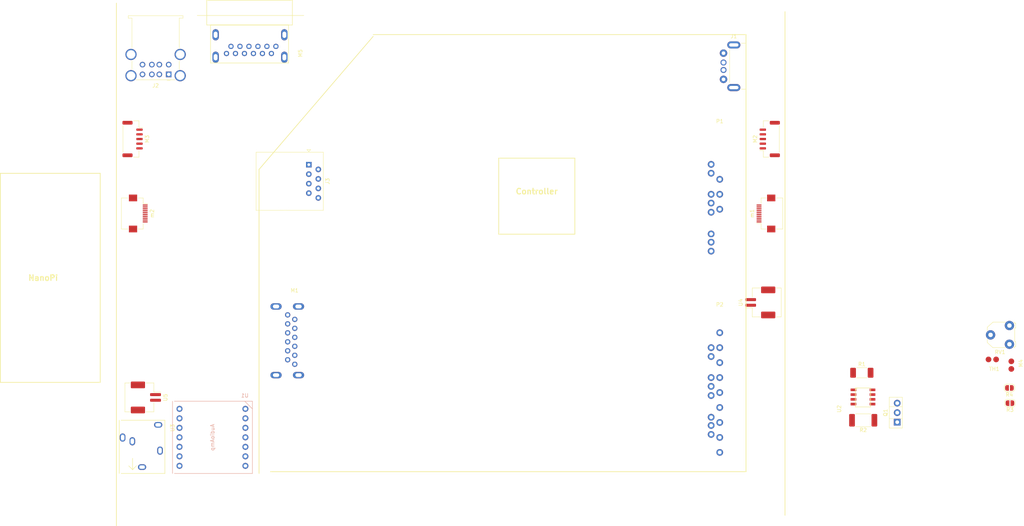
<source format=kicad_pcb>
(kicad_pcb (version 20171130) (host pcbnew "(5.0.1-3-g963ef8bb5)")

  (general
    (thickness 1.6)
    (drawings 17)
    (tracks 0)
    (zones 0)
    (modules 24)
    (nets 138)
  )

  (page A4)
  (layers
    (0 F.Cu signal)
    (31 B.Cu signal)
    (32 B.Adhes user)
    (33 F.Adhes user)
    (34 B.Paste user)
    (35 F.Paste user)
    (36 B.SilkS user)
    (37 F.SilkS user)
    (38 B.Mask user)
    (39 F.Mask user)
    (40 Dwgs.User user)
    (41 Cmts.User user)
    (42 Eco1.User user)
    (43 Eco2.User user)
    (44 Edge.Cuts user)
    (45 Margin user)
    (46 B.CrtYd user)
    (47 F.CrtYd user)
    (48 B.Fab user)
    (49 F.Fab user)
  )

  (setup
    (last_trace_width 0.25)
    (trace_clearance 0.2)
    (zone_clearance 0.508)
    (zone_45_only no)
    (trace_min 0.2)
    (segment_width 0.2)
    (edge_width 0.15)
    (via_size 0.8)
    (via_drill 0.4)
    (via_min_size 0.4)
    (via_min_drill 0.3)
    (uvia_size 0.3)
    (uvia_drill 0.1)
    (uvias_allowed no)
    (uvia_min_size 0.2)
    (uvia_min_drill 0.1)
    (pcb_text_width 0.3)
    (pcb_text_size 1.5 1.5)
    (mod_edge_width 0.15)
    (mod_text_size 1 1)
    (mod_text_width 0.15)
    (pad_size 1.8 1.8)
    (pad_drill 0)
    (pad_to_mask_clearance 0.051)
    (solder_mask_min_width 0.25)
    (aux_axis_origin 0 0)
    (grid_origin 257.554 91.91)
    (visible_elements FFFFFF7F)
    (pcbplotparams
      (layerselection 0x010fc_ffffffff)
      (usegerberextensions false)
      (usegerberattributes false)
      (usegerberadvancedattributes false)
      (creategerberjobfile false)
      (excludeedgelayer true)
      (linewidth 0.100000)
      (plotframeref false)
      (viasonmask false)
      (mode 1)
      (useauxorigin false)
      (hpglpennumber 1)
      (hpglpenspeed 20)
      (hpglpendiameter 15.000000)
      (psnegative false)
      (psa4output false)
      (plotreference true)
      (plotvalue true)
      (plotinvisibletext false)
      (padsonsilk false)
      (subtractmaskfromsilk false)
      (outputformat 1)
      (mirror false)
      (drillshape 1)
      (scaleselection 1)
      (outputdirectory ""))
  )

  (net 0 "")
  (net 1 "Net-(P1-Pad1)")
  (net 2 "Net-(P1-Pad2)")
  (net 3 "Net-(P1-Pad3)")
  (net 4 "Net-(P1-Pad4)")
  (net 5 "Net-(P1-Pad5)")
  (net 6 "Net-(P1-Pad6)")
  (net 7 "Net-(P1-Pad7)")
  (net 8 "Net-(P1-Pad8)")
  (net 9 "Net-(P1-Pad9)")
  (net 10 "Net-(P1-Pad11)")
  (net 11 "Net-(P1-Pad12)")
  (net 12 "Net-(P1-Pad13)")
  (net 13 "Net-(P1-Pad14)")
  (net 14 "Net-(P1-Pad15)")
  (net 15 "Net-(P1-Pad16)")
  (net 16 "Net-(P1-Pad17)")
  (net 17 "Net-(P1-Pad18)")
  (net 18 "Net-(P2-Pad18)")
  (net 19 "Net-(P2-Pad17)")
  (net 20 "Net-(P2-Pad16)")
  (net 21 "Net-(P2-Pad15)")
  (net 22 "Net-(P2-Pad14)")
  (net 23 "Net-(P2-Pad13)")
  (net 24 "Net-(P2-Pad12)")
  (net 25 "Net-(P2-Pad11)")
  (net 26 "Net-(P2-Pad9)")
  (net 27 "Net-(P2-Pad8)")
  (net 28 "Net-(P2-Pad7)")
  (net 29 "Net-(P2-Pad6)")
  (net 30 "Net-(P2-Pad5)")
  (net 31 "Net-(P2-Pad4)")
  (net 32 "Net-(P2-Pad3)")
  (net 33 "Net-(P2-Pad2)")
  (net 34 "Net-(P2-Pad1)")
  (net 35 "Net-(M1-Pad2)")
  (net 36 "Net-(M1-Pad4)")
  (net 37 "Net-(M1-Pad1)")
  (net 38 "Net-(M1-Pad3)")
  (net 39 "Net-(M1-Pad5)")
  (net 40 "Net-(M1-Pad6)")
  (net 41 "Net-(M1-Pad7)")
  (net 42 "Net-(M1-Pad8)")
  (net 43 "Net-(M1-Pad9)")
  (net 44 "Net-(M1-Pad10)")
  (net 45 "Net-(M1-Pad11)")
  (net 46 "Net-(M1-Pad12)")
  (net 47 "Net-(J1-Pad2)")
  (net 48 "Net-(J1-Pad3)")
  (net 49 "Net-(J1-Pad1)")
  (net 50 "Net-(J1-Pad4)")
  (net 51 "Net-(J1-Pad5)")
  (net 52 "Net-(J2-Pad8)")
  (net 53 "Net-(J2-Pad7)")
  (net 54 "Net-(J2-Pad6)")
  (net 55 "Net-(J2-Pad5)")
  (net 56 "Net-(J2-Pad9)")
  (net 57 "Net-(J2-Pad4)")
  (net 58 "Net-(J2-Pad3)")
  (net 59 "Net-(J2-Pad2)")
  (net 60 "Net-(J2-Pad1)")
  (net 61 "Net-(U1-Pad1)")
  (net 62 "Net-(U1-Pad2)")
  (net 63 "Net-(U1-Pad3)")
  (net 64 "Net-(U1-Pad4)")
  (net 65 "Net-(U1-Pad5)")
  (net 66 "Net-(U1-Pad6)")
  (net 67 "Net-(U1-Pad7)")
  (net 68 "Net-(U1-Pad9)")
  (net 69 "Net-(U1-Pad11)")
  (net 70 "Net-(U1-Pad12)")
  (net 71 "Net-(U1-Pad13)")
  (net 72 "Net-(U1-Pad14)")
  (net 73 "Net-(J3-Pad1)")
  (net 74 "Net-(J3-Pad2)")
  (net 75 "Net-(J3-Pad3)")
  (net 76 "Net-(J3-Pad4)")
  (net 77 "Net-(J3-Pad5)")
  (net 78 "Net-(J3-Pad6)")
  (net 79 "Net-(J3-Pad7)")
  (net 80 "Net-(J3-Pad8)")
  (net 81 "Net-(M2-PadMP)")
  (net 82 "Net-(M2-Pad5)")
  (net 83 "Net-(M2-Pad4)")
  (net 84 "Net-(M2-Pad3)")
  (net 85 "Net-(M2-Pad2)")
  (net 86 "Net-(M2-Pad1)")
  (net 87 "Net-(M3-Pad1)")
  (net 88 "Net-(M3-Pad2)")
  (net 89 "Net-(M3-Pad3)")
  (net 90 "Net-(M3-Pad4)")
  (net 91 "Net-(M3-Pad5)")
  (net 92 "Net-(M3-PadMP)")
  (net 93 "Net-(m1-Pad10)")
  (net 94 "Net-(m1-Pad9)")
  (net 95 "Net-(m1-Pad8)")
  (net 96 "Net-(m1-Pad7)")
  (net 97 "Net-(m1-Pad6)")
  (net 98 "Net-(m1-Pad5)")
  (net 99 "Net-(m1-Pad4)")
  (net 100 "Net-(m1-Pad3)")
  (net 101 "Net-(m1-Pad2)")
  (net 102 "Net-(m1-Pad1)")
  (net 103 "Net-(m1-PadMP)")
  (net 104 "Net-(m2-PadMP)")
  (net 105 "Net-(m2-Pad1)")
  (net 106 "Net-(m2-Pad2)")
  (net 107 "Net-(m2-Pad3)")
  (net 108 "Net-(m2-Pad4)")
  (net 109 "Net-(m2-Pad5)")
  (net 110 "Net-(m2-Pad6)")
  (net 111 "Net-(m2-Pad7)")
  (net 112 "Net-(m2-Pad8)")
  (net 113 "Net-(m2-Pad9)")
  (net 114 "Net-(m2-Pad10)")
  (net 115 "Net-(M4-Pad2)")
  (net 116 "Net-(M4-Pad1)")
  (net 117 "Net-(Q1-Pad1)")
  (net 118 "Net-(Q1-Pad2)")
  (net 119 +5V)
  (net 120 "Net-(R1-Pad2)")
  (net 121 "Net-(R2-Pad2)")
  (net 122 GND)
  (net 123 "Net-(RV1-Pad2)")
  (net 124 "Net-(U3-Pad4)")
  (net 125 "Net-(U3-Pad5)")
  (net 126 "Net-(M5-Pad2)")
  (net 127 "Net-(M5-Pad4)")
  (net 128 "Net-(M5-Pad1)")
  (net 129 "Net-(M5-Pad3)")
  (net 130 "Net-(M5-Pad5)")
  (net 131 "Net-(M5-Pad6)")
  (net 132 "Net-(M5-Pad7)")
  (net 133 "Net-(M5-Pad8)")
  (net 134 "Net-(M5-Pad9)")
  (net 135 "Net-(M5-Pad10)")
  (net 136 "Net-(M5-Pad11)")
  (net 137 "Net-(M5-Pad12)")

  (net_class Default "This is the default net class."
    (clearance 0.2)
    (trace_width 0.25)
    (via_dia 0.8)
    (via_drill 0.4)
    (uvia_dia 0.3)
    (uvia_drill 0.1)
    (add_net +5V)
    (add_net GND)
    (add_net "Net-(J1-Pad1)")
    (add_net "Net-(J1-Pad2)")
    (add_net "Net-(J1-Pad3)")
    (add_net "Net-(J1-Pad4)")
    (add_net "Net-(J1-Pad5)")
    (add_net "Net-(J2-Pad1)")
    (add_net "Net-(J2-Pad2)")
    (add_net "Net-(J2-Pad3)")
    (add_net "Net-(J2-Pad4)")
    (add_net "Net-(J2-Pad5)")
    (add_net "Net-(J2-Pad6)")
    (add_net "Net-(J2-Pad7)")
    (add_net "Net-(J2-Pad8)")
    (add_net "Net-(J2-Pad9)")
    (add_net "Net-(J3-Pad1)")
    (add_net "Net-(J3-Pad2)")
    (add_net "Net-(J3-Pad3)")
    (add_net "Net-(J3-Pad4)")
    (add_net "Net-(J3-Pad5)")
    (add_net "Net-(J3-Pad6)")
    (add_net "Net-(J3-Pad7)")
    (add_net "Net-(J3-Pad8)")
    (add_net "Net-(M1-Pad1)")
    (add_net "Net-(M1-Pad10)")
    (add_net "Net-(M1-Pad11)")
    (add_net "Net-(M1-Pad12)")
    (add_net "Net-(M1-Pad2)")
    (add_net "Net-(M1-Pad3)")
    (add_net "Net-(M1-Pad4)")
    (add_net "Net-(M1-Pad5)")
    (add_net "Net-(M1-Pad6)")
    (add_net "Net-(M1-Pad7)")
    (add_net "Net-(M1-Pad8)")
    (add_net "Net-(M1-Pad9)")
    (add_net "Net-(M2-Pad1)")
    (add_net "Net-(M2-Pad2)")
    (add_net "Net-(M2-Pad3)")
    (add_net "Net-(M2-Pad4)")
    (add_net "Net-(M2-Pad5)")
    (add_net "Net-(M2-PadMP)")
    (add_net "Net-(M3-Pad1)")
    (add_net "Net-(M3-Pad2)")
    (add_net "Net-(M3-Pad3)")
    (add_net "Net-(M3-Pad4)")
    (add_net "Net-(M3-Pad5)")
    (add_net "Net-(M3-PadMP)")
    (add_net "Net-(M4-Pad1)")
    (add_net "Net-(M4-Pad2)")
    (add_net "Net-(M5-Pad1)")
    (add_net "Net-(M5-Pad10)")
    (add_net "Net-(M5-Pad11)")
    (add_net "Net-(M5-Pad12)")
    (add_net "Net-(M5-Pad2)")
    (add_net "Net-(M5-Pad3)")
    (add_net "Net-(M5-Pad4)")
    (add_net "Net-(M5-Pad5)")
    (add_net "Net-(M5-Pad6)")
    (add_net "Net-(M5-Pad7)")
    (add_net "Net-(M5-Pad8)")
    (add_net "Net-(M5-Pad9)")
    (add_net "Net-(P1-Pad1)")
    (add_net "Net-(P1-Pad11)")
    (add_net "Net-(P1-Pad12)")
    (add_net "Net-(P1-Pad13)")
    (add_net "Net-(P1-Pad14)")
    (add_net "Net-(P1-Pad15)")
    (add_net "Net-(P1-Pad16)")
    (add_net "Net-(P1-Pad17)")
    (add_net "Net-(P1-Pad18)")
    (add_net "Net-(P1-Pad2)")
    (add_net "Net-(P1-Pad3)")
    (add_net "Net-(P1-Pad4)")
    (add_net "Net-(P1-Pad5)")
    (add_net "Net-(P1-Pad6)")
    (add_net "Net-(P1-Pad7)")
    (add_net "Net-(P1-Pad8)")
    (add_net "Net-(P1-Pad9)")
    (add_net "Net-(P2-Pad1)")
    (add_net "Net-(P2-Pad11)")
    (add_net "Net-(P2-Pad12)")
    (add_net "Net-(P2-Pad13)")
    (add_net "Net-(P2-Pad14)")
    (add_net "Net-(P2-Pad15)")
    (add_net "Net-(P2-Pad16)")
    (add_net "Net-(P2-Pad17)")
    (add_net "Net-(P2-Pad18)")
    (add_net "Net-(P2-Pad2)")
    (add_net "Net-(P2-Pad3)")
    (add_net "Net-(P2-Pad4)")
    (add_net "Net-(P2-Pad5)")
    (add_net "Net-(P2-Pad6)")
    (add_net "Net-(P2-Pad7)")
    (add_net "Net-(P2-Pad8)")
    (add_net "Net-(P2-Pad9)")
    (add_net "Net-(Q1-Pad1)")
    (add_net "Net-(Q1-Pad2)")
    (add_net "Net-(R1-Pad2)")
    (add_net "Net-(R2-Pad2)")
    (add_net "Net-(RV1-Pad2)")
    (add_net "Net-(U1-Pad1)")
    (add_net "Net-(U1-Pad11)")
    (add_net "Net-(U1-Pad12)")
    (add_net "Net-(U1-Pad13)")
    (add_net "Net-(U1-Pad14)")
    (add_net "Net-(U1-Pad2)")
    (add_net "Net-(U1-Pad3)")
    (add_net "Net-(U1-Pad4)")
    (add_net "Net-(U1-Pad5)")
    (add_net "Net-(U1-Pad6)")
    (add_net "Net-(U1-Pad7)")
    (add_net "Net-(U1-Pad9)")
    (add_net "Net-(U3-Pad4)")
    (add_net "Net-(U3-Pad5)")
    (add_net "Net-(m1-Pad1)")
    (add_net "Net-(m1-Pad10)")
    (add_net "Net-(m1-Pad2)")
    (add_net "Net-(m1-Pad3)")
    (add_net "Net-(m1-Pad4)")
    (add_net "Net-(m1-Pad5)")
    (add_net "Net-(m1-Pad6)")
    (add_net "Net-(m1-Pad7)")
    (add_net "Net-(m1-Pad8)")
    (add_net "Net-(m1-Pad9)")
    (add_net "Net-(m1-PadMP)")
    (add_net "Net-(m2-Pad1)")
    (add_net "Net-(m2-Pad10)")
    (add_net "Net-(m2-Pad2)")
    (add_net "Net-(m2-Pad3)")
    (add_net "Net-(m2-Pad4)")
    (add_net "Net-(m2-Pad5)")
    (add_net "Net-(m2-Pad6)")
    (add_net "Net-(m2-Pad7)")
    (add_net "Net-(m2-Pad8)")
    (add_net "Net-(m2-Pad9)")
    (add_net "Net-(m2-PadMP)")
  )

  (module PS2BaseMount:AudioJack_PJ30240 (layer F.Cu) (tedit 5C909F4A) (tstamp 5C99F9A5)
    (at 45.718 137.63 90)
    (path /5C8DA656)
    (fp_text reference U3 (at 12.192 8.128 90) (layer F.SilkS)
      (effects (font (size 1 1) (thickness 0.15)))
    )
    (fp_text value PJ30240 (at 7.62 -7.112 90) (layer F.Fab)
      (effects (font (size 1 1) (thickness 0.15)))
    )
    (fp_line (start 1.016 -2.54) (end 2.032 -1.524) (layer F.SilkS) (width 0.15))
    (fp_line (start 2.032 -3.556) (end 1.016 -2.54) (layer F.SilkS) (width 0.15))
    (fp_line (start 1.016 -2.54) (end 4.064 -2.54) (layer F.SilkS) (width 0.15))
    (fp_line (start 0 6.096) (end 0 -5.588) (layer F.SilkS) (width 0.15))
    (fp_line (start 14.224 6.096) (end 0 6.096) (layer F.SilkS) (width 0.15))
    (fp_line (start 14.224 -5.588) (end 14.224 6.096) (layer F.SilkS) (width 0.15))
    (fp_line (start 0 -6.096) (end 14.224 -6.096) (layer F.SilkS) (width 0.15))
    (pad 5 thru_hole oval (at 8.6 -2.6 90) (size 2.2 1.5) (drill oval 1.5 0.9) (layers *.Cu *.Mask)
      (net 125 "Net-(U3-Pad5)"))
    (pad 4 thru_hole oval (at 13 4.3 90) (size 1.5 2.2) (drill oval 0.9 1.5) (layers *.Cu *.Mask)
      (net 124 "Net-(U3-Pad4)"))
    (pad 3 thru_hole oval (at 9.6 -5.2 90) (size 2.2 1.5) (drill oval 1.5 0.9) (layers *.Cu *.Mask)
      (net 67 "Net-(U1-Pad7)"))
    (pad 2 thru_hole oval (at 6.1 4.8 90) (size 2.2 1.5) (drill oval 1.5 0.9) (layers *.Cu *.Mask)
      (net 65 "Net-(U1-Pad5)"))
    (pad 1 thru_hole oval (at 1.7 0 90) (size 1.5 2.2) (drill oval 0.9 1.5) (layers *.Cu *.Mask)
      (net 122 GND))
  )

  (module PS2BaseMount:USB_A_Custom_Throughhole (layer F.Cu) (tedit 5C786A79) (tstamp 5C7869CD)
    (at 201 25.27)
    (descr http://cnctech.us/pdfs/1001-011-01101.pdf)
    (tags USB-A)
    (path /5C465998)
    (attr smd)
    (fp_text reference J1 (at 2.752 -4.4948) (layer F.SilkS)
      (effects (font (size 1 1) (thickness 0.15)))
    )
    (fp_text value USB_B (at 9.652 11.5052 180) (layer F.Fab)
      (effects (font (size 1 1) (thickness 0.15)))
    )
    (fp_line (start -1.748 8.0552) (end 0.502 8.0552) (layer F.CrtYd) (width 0.05))
    (fp_line (start 0.502 8.0552) (end 0.502 10.6552) (layer F.CrtYd) (width 0.05))
    (fp_line (start 0.502 10.6552) (end 5.002 10.6552) (layer F.CrtYd) (width 0.05))
    (fp_line (start 5.002 10.6552) (end 5.002 10.0252) (layer F.CrtYd) (width 0.05))
    (fp_line (start 5.002 10.0252) (end 6.096 10.16) (layer F.CrtYd) (width 0.05))
    (fp_text user %R (at 3.652 3.5052 90) (layer F.Fab)
      (effects (font (size 1 1) (thickness 0.15)))
    )
    (fp_line (start 6.096 10.16) (end 6.096 -3.0148) (layer F.CrtYd) (width 0.05))
    (fp_line (start 5.002 -3.0148) (end 6.096 -3.048) (layer F.CrtYd) (width 0.05))
    (fp_line (start 5.002 -3.0148) (end 5.002 -3.6448) (layer F.CrtYd) (width 0.05))
    (fp_line (start 0.502 -3.6448) (end 5.002 -3.6448) (layer F.CrtYd) (width 0.05))
    (fp_line (start 0.502 -3.6448) (end 0.502 -1.0448) (layer F.CrtYd) (width 0.05))
    (fp_line (start -1.748 -1.0448) (end 0.502 -1.0448) (layer F.CrtYd) (width 0.05))
    (fp_line (start -1.748 8.0552) (end -1.748 -1.0448) (layer F.CrtYd) (width 0.05))
    (fp_line (start 4.802 9.6502) (end 5.852 9.6502) (layer F.SilkS) (width 0.12))
    (fp_line (start 4.802 -2.6398) (end 5.852 -2.6398) (layer F.SilkS) (width 0.12))
    (fp_text user "PCB Edge" (at 5.102 3.4552 90) (layer Dwgs.User)
      (effects (font (size 0.6 0.6) (thickness 0.09)))
    )
    (fp_line (start 5.852 9.5302) (end 5.852 -2.5198) (layer Dwgs.User) (width 0.1))
    (fp_line (start 1.632 -0.8948) (end 1.632 7.9052) (layer F.SilkS) (width 0.12))
    (fp_circle (center 2.752 5.8052) (end 2.752 6.3052) (layer F.Fab) (width 0.1))
    (fp_circle (center 2.752 1.2052) (end 2.752 0.7052) (layer F.Fab) (width 0.1))
    (fp_line (start -0.748 0.2552) (end 1.752 0.2552) (layer F.Fab) (width 0.1))
    (fp_line (start -0.748 0.2552) (end -0.748 -0.2448) (layer F.Fab) (width 0.1))
    (fp_line (start -0.748 -0.2448) (end 1.752 -0.2448) (layer F.Fab) (width 0.1))
    (fp_line (start -0.748 2.2552) (end 1.752 2.2552) (layer F.Fab) (width 0.1))
    (fp_line (start -0.748 2.7552) (end 1.752 2.7552) (layer F.Fab) (width 0.1))
    (fp_line (start -0.748 2.7552) (end -0.748 2.2552) (layer F.Fab) (width 0.1))
    (fp_line (start -0.748 4.7552) (end 1.752 4.7552) (layer F.Fab) (width 0.1))
    (fp_line (start -0.748 4.7552) (end -0.748 4.2552) (layer F.Fab) (width 0.1))
    (fp_line (start -0.748 4.2552) (end 1.752 4.2552) (layer F.Fab) (width 0.1))
    (fp_line (start -0.748 7.2552) (end 1.752 7.2552) (layer F.Fab) (width 0.1))
    (fp_line (start -0.748 6.7552) (end 1.752 6.7552) (layer F.Fab) (width 0.1))
    (fp_line (start -0.748 7.2552) (end -0.748 6.7552) (layer F.Fab) (width 0.1))
    (fp_line (start 1.752 9.5302) (end 1.752 -2.5198) (layer F.Fab) (width 0.1))
    (pad "" np_thru_hole circle (at 2.752 5.8052) (size 1.1 1.1) (drill 1.1) (layers *.Cu *.Mask))
    (pad "" np_thru_hole circle (at 2.752 1.2052) (size 1.1 1.1) (drill 1.1) (layers *.Cu *.Mask))
    (pad 5 thru_hole oval (at 2.752 9.2052) (size 3.5 1.9) (drill oval 2.5 0.9) (layers *.Cu *.Mask)
      (net 51 "Net-(J1-Pad5)"))
    (pad 5 thru_hole oval (at 2.752 -2.1948) (size 3.5 1.9) (drill oval 2.5 0.9) (layers *.Cu *.Mask)
      (net 51 "Net-(J1-Pad5)"))
    (pad 4 thru_hole circle (at 0.002 7.0052) (size 2 2) (drill 1) (layers *.Cu *.Mask)
      (net 50 "Net-(J1-Pad4)"))
    (pad 1 thru_hole circle (at 0.002 0.0052) (size 2 2) (drill 1) (layers *.Cu *.Mask)
      (net 49 "Net-(J1-Pad1)"))
    (pad 3 thru_hole circle (at 0.002 4.5052) (size 1.6 1.6) (drill 1) (layers *.Cu *.Mask)
      (net 48 "Net-(J1-Pad3)"))
    (pad 2 thru_hole circle (at 0.002 2.5052) (size 1.6 1.6) (drill 1) (layers *.Cu *.Mask)
      (net 47 "Net-(J1-Pad2)"))
    (model ${KISYS3DMOD}/Connector_USB.3dshapes/USB_A_CNCTech_1001-011-01101_Horizontal.wrl
      (at (xyz 0 0 0))
      (scale (xyz 1 1 1))
      (rotate (xyz 0 0 0))
    )
  )

  (module PS2BaseMount:PS2_AVPort_Complete (layer F.Cu) (tedit 5C6F7DC3) (tstamp 5C85F845)
    (at 86.5 96.44)
    (path /5C456998)
    (fp_text reference M1 (at -0.0508 -7.7216) (layer F.SilkS)
      (effects (font (size 1 1) (thickness 0.15)))
    )
    (fp_text value PS2AVPort (at -0.0254 18.4912) (layer F.Fab)
      (effects (font (size 1 1) (thickness 0.15)))
    )
    (pad 1 thru_hole oval (at -5 14.9) (size 3 1.7) (drill oval 1.7 1) (layers *.Cu *.Mask)
      (net 37 "Net-(M1-Pad1)"))
    (pad 1 thru_hole oval (at -5 -3.45) (size 3 1.7) (drill oval 1.7 1) (layers *.Cu *.Mask)
      (net 37 "Net-(M1-Pad1)"))
    (pad 1 thru_hole oval (at 1 -3.45) (size 3 1.7) (drill oval 1.7 1) (layers *.Cu *.Mask)
      (net 37 "Net-(M1-Pad1)"))
    (pad 1 thru_hole oval (at 1 14.9) (size 3 1.7) (drill oval 1.7 1) (layers *.Cu *.Mask)
      (net 37 "Net-(M1-Pad1)"))
    (pad 12 thru_hole circle (at 0 12) (size 1.4 1.4) (drill 0.8) (layers *.Cu *.Mask)
      (net 46 "Net-(M1-Pad12)"))
    (pad 11 thru_hole circle (at -1.9 10.8) (size 1.4 1.4) (drill 0.8) (layers *.Cu *.Mask)
      (net 45 "Net-(M1-Pad11)"))
    (pad 10 thru_hole circle (at 0 9.6) (size 1.4 1.4) (drill 0.8) (layers *.Cu *.Mask)
      (net 44 "Net-(M1-Pad10)"))
    (pad 9 thru_hole circle (at -1.9 8.4) (size 1.4 1.4) (drill 0.8) (layers *.Cu *.Mask)
      (net 43 "Net-(M1-Pad9)"))
    (pad 8 thru_hole circle (at 0 7.2) (size 1.4 1.4) (drill 0.8) (layers *.Cu *.Mask)
      (net 42 "Net-(M1-Pad8)"))
    (pad 7 thru_hole circle (at -1.9 6) (size 1.4 1.4) (drill 0.8) (layers *.Cu *.Mask)
      (net 41 "Net-(M1-Pad7)"))
    (pad 6 thru_hole circle (at 0 4.8) (size 1.4 1.4) (drill 0.8) (layers *.Cu *.Mask)
      (net 40 "Net-(M1-Pad6)"))
    (pad 5 thru_hole circle (at -1.9 3.6) (size 1.4 1.4) (drill 0.8) (layers *.Cu *.Mask)
      (net 39 "Net-(M1-Pad5)"))
    (pad 3 thru_hole circle (at -1.9 1.2) (size 1.4 1.4) (drill 0.8) (layers *.Cu *.Mask)
      (net 38 "Net-(M1-Pad3)"))
    (pad 1 thru_hole circle (at -1.9 -1.2) (size 1.4 1.4) (drill 0.8) (layers *.Cu *.Mask)
      (net 37 "Net-(M1-Pad1)"))
    (pad 4 thru_hole circle (at 0 2.4) (size 1.4 1.4) (drill 0.8) (layers *.Cu *.Mask)
      (net 36 "Net-(M1-Pad4)"))
    (pad 2 thru_hole circle (at 0 0) (size 1.4 1.4) (drill 0.8) (layers *.Cu *.Mask)
      (net 35 "Net-(M1-Pad2)"))
  )

  (module PS2BaseMount:PS2_BoardMountFootprint (layer F.Cu) (tedit 5CB2D5F9) (tstamp 5C51AF21)
    (at 200 51)
    (path /5C454CB4)
    (fp_text reference P1 (at 0 -7.5184) (layer F.SilkS)
      (effects (font (size 1 1) (thickness 0.15)))
    )
    (fp_text value PS2_ControlMount (at -0.0508 39.6748) (layer F.Fab)
      (effects (font (size 1 1) (thickness 0.15)))
    )
    (pad 1 connect circle (at 0 0) (size 1.8 1.8) (layers Dwgs.User)
      (net 1 "Net-(P1-Pad1)"))
    (pad s connect circle (at 0 4) (size 1.8 1.8) (layers Dwgs.User)
      (net 2 "Net-(P1-Pad2)"))
    (pad 3 thru_hole circle (at 0 8) (size 1.8 1.8) (drill 1) (layers *.Cu *.Mask)
      (net 3 "Net-(P1-Pad3)"))
    (pad 4 thru_hole circle (at 0 12) (size 1.8 1.8) (drill 1) (layers *.Cu *.Mask)
      (net 4 "Net-(P1-Pad4)"))
    (pad 5 thru_hole circle (at 0 16) (size 1.8 1.8) (drill 1) (layers *.Cu *.Mask)
      (net 5 "Net-(P1-Pad5)"))
    (pad 6 connect circle (at 0 20) (size 1.8 1.8) (layers Dwgs.User)
      (net 6 "Net-(P1-Pad6)"))
    (pad 7 connect circle (at 0 24) (size 1.8 1.8) (layers Dwgs.User)
      (net 7 "Net-(P1-Pad7)"))
    (pad 8 connect circle (at 0 28) (size 1.8 1.8) (layers Dwgs.User)
      (net 8 "Net-(P1-Pad8)"))
    (pad 9 smd circle (at 0 32) (size 1.8 1.8) (layers Dwgs.User)
      (net 9 "Net-(P1-Pad9)"))
    (pad 11 thru_hole circle (at -2.3 4) (size 1.8 1.8) (drill 1) (layers *.Cu *.Mask)
      (net 10 "Net-(P1-Pad11)"))
    (pad 12 thru_hole circle (at -2.3 6.37) (size 1.8 1.8) (drill 1) (layers *.Cu *.Mask)
      (net 11 "Net-(P1-Pad12)"))
    (pad 13 thru_hole circle (at -2.3 12) (size 1.8 1.8) (drill 1) (layers *.Cu *.Mask)
      (net 12 "Net-(P1-Pad13)"))
    (pad 14 thru_hole circle (at -2.3 14.35) (size 1.8 1.8) (drill 1) (layers *.Cu *.Mask)
      (net 13 "Net-(P1-Pad14)"))
    (pad 15 thru_hole circle (at -2.3 16.8) (size 1.8 1.8) (drill 1) (layers *.Cu *.Mask)
      (net 14 "Net-(P1-Pad15)"))
    (pad 16 thru_hole circle (at -2.3 22.6) (size 1.8 1.8) (drill 1) (layers *.Cu *.Mask)
      (net 15 "Net-(P1-Pad16)"))
    (pad 17 thru_hole circle (at -2.3 24.8) (size 1.8 1.8) (drill 1) (layers *.Cu *.Mask)
      (net 16 "Net-(P1-Pad17)"))
    (pad 18 thru_hole circle (at -2.3 27.2) (size 1.8 1.8) (drill 1) (layers *.Cu *.Mask)
      (net 17 "Net-(P1-Pad18)"))
  )

  (module PS2BaseMount:PS2_BoardMountFootprint (layer F.Cu) (tedit 5C42836E) (tstamp 5C51AF36)
    (at 200 100)
    (path /5C454D65)
    (fp_text reference P2 (at 0 -7.5184) (layer F.SilkS)
      (effects (font (size 1 1) (thickness 0.15)))
    )
    (fp_text value PS2_ControlMount (at -0.0508 39.6748) (layer F.Fab)
      (effects (font (size 1 1) (thickness 0.15)))
    )
    (pad 18 thru_hole circle (at -2.3 27.2) (size 1.8 1.8) (drill 1) (layers *.Cu *.Mask)
      (net 18 "Net-(P2-Pad18)"))
    (pad 17 thru_hole circle (at -2.3 24.8) (size 1.8 1.8) (drill 1) (layers *.Cu *.Mask)
      (net 19 "Net-(P2-Pad17)"))
    (pad 16 thru_hole circle (at -2.3 22.6) (size 1.8 1.8) (drill 1) (layers *.Cu *.Mask)
      (net 20 "Net-(P2-Pad16)"))
    (pad 15 thru_hole circle (at -2.3 16.8) (size 1.8 1.8) (drill 1) (layers *.Cu *.Mask)
      (net 21 "Net-(P2-Pad15)"))
    (pad 14 thru_hole circle (at -2.3 14.35) (size 1.8 1.8) (drill 1) (layers *.Cu *.Mask)
      (net 22 "Net-(P2-Pad14)"))
    (pad 13 thru_hole circle (at -2.3 12) (size 1.8 1.8) (drill 1) (layers *.Cu *.Mask)
      (net 23 "Net-(P2-Pad13)"))
    (pad 12 thru_hole circle (at -2.3 6.37) (size 1.8 1.8) (drill 1) (layers *.Cu *.Mask)
      (net 24 "Net-(P2-Pad12)"))
    (pad 11 thru_hole circle (at -2.3 4) (size 1.8 1.8) (drill 1) (layers *.Cu *.Mask)
      (net 25 "Net-(P2-Pad11)"))
    (pad 9 thru_hole circle (at 0 32) (size 1.8 1.8) (drill 1) (layers *.Cu *.Mask)
      (net 26 "Net-(P2-Pad9)"))
    (pad 8 thru_hole circle (at 0 28) (size 1.8 1.8) (drill 1) (layers *.Cu *.Mask)
      (net 27 "Net-(P2-Pad8)"))
    (pad 7 thru_hole circle (at 0 24) (size 1.8 1.8) (drill 1) (layers *.Cu *.Mask)
      (net 28 "Net-(P2-Pad7)"))
    (pad 6 thru_hole circle (at 0 20) (size 1.8 1.8) (drill 1) (layers *.Cu *.Mask)
      (net 29 "Net-(P2-Pad6)"))
    (pad 5 thru_hole circle (at 0 16) (size 1.8 1.8) (drill 1) (layers *.Cu *.Mask)
      (net 30 "Net-(P2-Pad5)"))
    (pad 4 thru_hole circle (at 0 12) (size 1.8 1.8) (drill 1) (layers *.Cu *.Mask)
      (net 31 "Net-(P2-Pad4)"))
    (pad 3 thru_hole circle (at 0 8) (size 1.8 1.8) (drill 1) (layers *.Cu *.Mask)
      (net 32 "Net-(P2-Pad3)"))
    (pad 2 thru_hole circle (at 0 4) (size 1.8 1.8) (drill 1) (layers *.Cu *.Mask)
      (net 33 "Net-(P2-Pad2)"))
    (pad 1 thru_hole circle (at 0 0) (size 1.8 1.8) (drill 1) (layers *.Cu *.Mask)
      (net 34 "Net-(P2-Pad1)"))
  )

  (module Connector_USB:USB_A_Wuerth_61400826021_Horizontal_Stacked (layer F.Cu) (tedit 5A8FF699) (tstamp 5C5847B2)
    (at 52.83 30.95 180)
    (descr "Stacked USB A connector http://katalog.we-online.de/em/datasheet/61400826021.pdf")
    (tags "Wuerth stacked USB_A")
    (path /5C4CC1E6)
    (fp_text reference J2 (at 3.5 -3 180) (layer F.SilkS)
      (effects (font (size 1 1) (thickness 0.15)))
    )
    (fp_text value USB_A_Dual (at 3.5 17 180) (layer F.Fab)
      (effects (font (size 1 1) (thickness 0.15)))
    )
    (fp_line (start 12.07 6.17) (end 10.91 7.33) (layer F.CrtYd) (width 0.05))
    (fp_line (start 9.26 -2.35) (end 8.8 -1.89) (layer F.CrtYd) (width 0.05))
    (fp_line (start 10.91 -2.35) (end 9.26 -2.35) (layer F.CrtYd) (width 0.05))
    (fp_line (start 11.25 14.61) (end 11.25 16.11) (layer F.CrtYd) (width 0.05))
    (fp_line (start 10.26 14.61) (end 11.25 14.61) (layer F.CrtYd) (width 0.05))
    (fp_line (start 0.4 -1.6) (end -0.4 -1.6) (layer F.SilkS) (width 0.12))
    (fp_text user %R (at 3.5 7 180) (layer F.Fab)
      (effects (font (size 1 1) (thickness 0.15)))
    )
    (fp_line (start 0 -1.1) (end -0.3 -1.38) (layer F.Fab) (width 0.12))
    (fp_line (start 0 -1.1) (end 0.3 -1.38) (layer F.Fab) (width 0.12))
    (fp_line (start -1.69 -1.45) (end 8.69 -1.45) (layer F.SilkS) (width 0.12))
    (fp_line (start -2.81 15.05) (end -2.81 7.08) (layer F.SilkS) (width 0.12))
    (fp_line (start -3.81 15.05) (end -2.81 15.05) (layer F.SilkS) (width 0.12))
    (fp_line (start -3.81 15.67) (end -3.81 15.05) (layer F.SilkS) (width 0.12))
    (fp_line (start 10.81 15.67) (end -3.81 15.67) (layer F.SilkS) (width 0.12))
    (fp_line (start 10.81 15.05) (end 10.81 15.67) (layer F.SilkS) (width 0.12))
    (fp_line (start 9.81 15.05) (end 10.81 15.05) (layer F.SilkS) (width 0.12))
    (fp_line (start 9.81 7.08) (end 9.81 15.05) (layer F.SilkS) (width 0.12))
    (fp_line (start 10.75 15.11) (end 10.75 15.61) (layer F.Fab) (width 0.1))
    (fp_line (start 9.75 15.11) (end 10.75 15.11) (layer F.Fab) (width 0.1))
    (fp_line (start -3.75 15.11) (end -3.75 15.61) (layer F.Fab) (width 0.1))
    (fp_line (start -2.75 15.11) (end -3.75 15.11) (layer F.Fab) (width 0.1))
    (fp_line (start 9.75 -1.39) (end -2.75 -1.39) (layer F.Fab) (width 0.1))
    (fp_line (start -2.75 -1.39) (end -2.75 15.11) (layer F.Fab) (width 0.1))
    (fp_line (start 10.75 15.61) (end -3.75 15.61) (layer F.Fab) (width 0.1))
    (fp_line (start -4.25 16.11) (end 11.25 16.11) (layer F.CrtYd) (width 0.05))
    (fp_line (start 9.75 -1.39) (end 9.75 15.11) (layer F.Fab) (width 0.1))
    (fp_line (start -2.81 3.58) (end -2.81 1.4) (layer F.SilkS) (width 0.12))
    (fp_line (start 9.81 3.58) (end 9.81 1.4) (layer F.SilkS) (width 0.12))
    (fp_line (start 10.26 7.33) (end 10.26 14.61) (layer F.CrtYd) (width 0.05))
    (fp_line (start 8.8 -1.89) (end -1.8 -1.89) (layer F.CrtYd) (width 0.05))
    (fp_line (start 10.26 1.74) (end 10.26 3.33) (layer F.CrtYd) (width 0.05))
    (fp_line (start -3.26 1.74) (end -3.26 3.33) (layer F.CrtYd) (width 0.05))
    (fp_line (start -3.26 7.33) (end -3.26 14.61) (layer F.CrtYd) (width 0.05))
    (fp_line (start -3.26 14.61) (end -4.25 14.61) (layer F.CrtYd) (width 0.05))
    (fp_line (start -4.25 14.61) (end -4.25 16.11) (layer F.CrtYd) (width 0.05))
    (fp_line (start 12.07 4.49) (end 12.07 6.17) (layer F.CrtYd) (width 0.05))
    (fp_line (start 10.26 3.33) (end 10.91 3.33) (layer F.CrtYd) (width 0.05))
    (fp_line (start 10.26 1.74) (end 10.82 1.74) (layer F.CrtYd) (width 0.05))
    (fp_line (start 12.07 -1.19) (end 12.07 0.49) (layer F.CrtYd) (width 0.05))
    (fp_line (start 10.26 7.33) (end 10.91 7.33) (layer F.CrtYd) (width 0.05))
    (fp_line (start 10.91 3.33) (end 12.07 4.49) (layer F.CrtYd) (width 0.05))
    (fp_line (start -3.91 3.33) (end -3.26 3.33) (layer F.CrtYd) (width 0.05))
    (fp_line (start -3.91 3.33) (end -5.07 4.49) (layer F.CrtYd) (width 0.05))
    (fp_line (start -5.07 4.49) (end -5.07 6.17) (layer F.CrtYd) (width 0.05))
    (fp_line (start -5.07 6.17) (end -3.91 7.33) (layer F.CrtYd) (width 0.05))
    (fp_line (start -3.26 7.33) (end -3.91 7.33) (layer F.CrtYd) (width 0.05))
    (fp_line (start 12.07 0.49) (end 10.82 1.74) (layer F.CrtYd) (width 0.05))
    (fp_line (start 10.91 -2.35) (end 12.07 -1.19) (layer F.CrtYd) (width 0.05))
    (fp_line (start -2.26 -2.35) (end -1.8 -1.89) (layer F.CrtYd) (width 0.05))
    (fp_line (start -2.26 -2.35) (end -3.91 -2.35) (layer F.CrtYd) (width 0.05))
    (fp_line (start -3.91 -2.35) (end -5.07 -1.19) (layer F.CrtYd) (width 0.05))
    (fp_line (start -5.07 -1.19) (end -5.07 0.49) (layer F.CrtYd) (width 0.05))
    (fp_line (start -5.07 0.49) (end -3.82 1.74) (layer F.CrtYd) (width 0.05))
    (fp_line (start -3.82 1.74) (end -3.26 1.74) (layer F.CrtYd) (width 0.05))
    (pad 8 thru_hole circle (at 7 2.62 180) (size 1.5 1.5) (drill 0.92) (layers *.Cu *.Mask)
      (net 52 "Net-(J2-Pad8)"))
    (pad 7 thru_hole circle (at 4.5 2.62 180) (size 1.5 1.5) (drill 0.92) (layers *.Cu *.Mask)
      (net 53 "Net-(J2-Pad7)"))
    (pad 6 thru_hole circle (at 2.5 2.62 180) (size 1.5 1.5) (drill 0.92) (layers *.Cu *.Mask)
      (net 54 "Net-(J2-Pad6)"))
    (pad 5 thru_hole circle (at 0 2.62 180) (size 1.5 1.5) (drill 0.92) (layers *.Cu *.Mask)
      (net 55 "Net-(J2-Pad5)"))
    (pad 9 thru_hole circle (at 10.07 5.33 180) (size 3 3) (drill 2.3) (layers *.Cu *.Mask)
      (net 56 "Net-(J2-Pad9)"))
    (pad 9 thru_hole circle (at -3.07 5.33 180) (size 3 3) (drill 2.3) (layers *.Cu *.Mask)
      (net 56 "Net-(J2-Pad9)"))
    (pad 4 thru_hole circle (at 7 0 180) (size 1.5 1.5) (drill 0.92) (layers *.Cu *.Mask)
      (net 57 "Net-(J2-Pad4)"))
    (pad 3 thru_hole circle (at 4.5 0 180) (size 1.5 1.5) (drill 0.92) (layers *.Cu *.Mask)
      (net 58 "Net-(J2-Pad3)"))
    (pad 2 thru_hole circle (at 2.5 0 180) (size 1.5 1.5) (drill 0.92) (layers *.Cu *.Mask)
      (net 59 "Net-(J2-Pad2)"))
    (pad 1 thru_hole rect (at 0 0 180) (size 1.5 1.5) (drill 0.92) (layers *.Cu *.Mask)
      (net 60 "Net-(J2-Pad1)"))
    (pad 9 thru_hole circle (at -3.07 -0.35 180) (size 3 3) (drill 2.3) (layers *.Cu *.Mask)
      (net 56 "Net-(J2-Pad9)"))
    (pad 9 thru_hole circle (at 10.07 -0.35 180) (size 3 3) (drill 2.3) (layers *.Cu *.Mask)
      (net 56 "Net-(J2-Pad9)"))
    (model ${KISYS3DMOD}/Connector_USB.3dshapes/USB_A_Wuerth_61400826021_Horizontal_Stacked.wrl
      (at (xyz 0 0 0))
      (scale (xyz 1 1 1))
      (rotate (xyz 0 0 0))
    )
  )

  (module PS2BaseMount:PAM8803_AudioAmp (layer B.Cu) (tedit 5C68F650) (tstamp 5C81E843)
    (at 64.514 127.978 180)
    (path /5C69F3F4)
    (fp_text reference U1 (at -8.636 11.176 180) (layer B.SilkS)
      (effects (font (size 1 1) (thickness 0.15)) (justify mirror))
    )
    (fp_text value AudioAmp (at 6.096 -11.176 180) (layer B.Fab)
      (effects (font (size 1 1) (thickness 0.15)) (justify mirror))
    )
    (fp_text user AudioAmp (at 0 0 270) (layer B.SilkS)
      (effects (font (size 1 1) (thickness 0.15)) (justify mirror))
    )
    (fp_line (start -10.668 7.62) (end -8.636 9.652) (layer B.SilkS) (width 0.15))
    (fp_line (start -10.668 -9.652) (end -10.668 9.652) (layer B.SilkS) (width 0.15))
    (fp_line (start 10.16 -9.652) (end -10.668 -9.652) (layer B.SilkS) (width 0.15))
    (fp_line (start 10.668 9.652) (end 10.668 -9.652) (layer B.SilkS) (width 0.15))
    (fp_line (start -10.668 9.652) (end 10.16 9.652) (layer B.SilkS) (width 0.15))
    (pad 14 thru_hole circle (at -8.8 -7.62 180) (size 1.6 1.6) (drill 0.9) (layers *.Cu *.Mask)
      (net 72 "Net-(U1-Pad14)"))
    (pad 13 thru_hole circle (at -8.8 -5.08 180) (size 1.6 1.6) (drill 0.9) (layers *.Cu *.Mask)
      (net 71 "Net-(U1-Pad13)"))
    (pad 12 thru_hole circle (at -8.8 -2.54 180) (size 1.6 1.6) (drill 0.9) (layers *.Cu *.Mask)
      (net 70 "Net-(U1-Pad12)"))
    (pad 11 thru_hole circle (at -8.8 0 180) (size 1.6 1.6) (drill 0.9) (layers *.Cu *.Mask)
      (net 69 "Net-(U1-Pad11)"))
    (pad 10 thru_hole circle (at -8.8 2.54 180) (size 1.6 1.6) (drill 0.9) (layers *.Cu *.Mask)
      (net 36 "Net-(M1-Pad4)"))
    (pad 9 thru_hole circle (at -8.8 5.08 180) (size 1.6 1.6) (drill 0.9) (layers *.Cu *.Mask)
      (net 68 "Net-(U1-Pad9)"))
    (pad 8 thru_hole circle (at -8.8 7.62 180) (size 1.6 1.6) (drill 0.9) (layers *.Cu *.Mask)
      (net 35 "Net-(M1-Pad2)"))
    (pad 7 thru_hole circle (at 8.8 -7.62 180) (size 1.6 1.6) (drill 0.9) (layers *.Cu *.Mask)
      (net 67 "Net-(U1-Pad7)"))
    (pad 6 thru_hole circle (at 8.8 -5.08 180) (size 1.6 1.6) (drill 0.9) (layers *.Cu *.Mask)
      (net 66 "Net-(U1-Pad6)"))
    (pad 5 thru_hole circle (at 8.8 -2.54 180) (size 1.6 1.6) (drill 0.9) (layers *.Cu *.Mask)
      (net 65 "Net-(U1-Pad5)"))
    (pad 4 thru_hole circle (at 8.8 0 180) (size 1.6 1.6) (drill 0.9) (layers *.Cu *.Mask)
      (net 64 "Net-(U1-Pad4)"))
    (pad 3 thru_hole circle (at 8.8 2.54 180) (size 1.6 1.6) (drill 0.9) (layers *.Cu *.Mask)
      (net 63 "Net-(U1-Pad3)"))
    (pad 2 thru_hole circle (at 8.8 5.08 180) (size 1.6 1.6) (drill 0.9) (layers *.Cu *.Mask)
      (net 62 "Net-(U1-Pad2)"))
    (pad 1 thru_hole circle (at 8.8 7.62 180) (size 1.6 1.6) (drill 0.9) (layers *.Cu *.Mask)
      (net 61 "Net-(U1-Pad1)"))
  )

  (module Connector_RJ:RJ45_Amphenol_54602-x08_Horizontal (layer F.Cu) (tedit 5B103613) (tstamp 5C7630CA)
    (at 90.25 55.08 270)
    (descr "8 Pol Shallow Latch Connector, Modjack, RJ45 (https://cdn.amphenol-icc.com/media/wysiwyg/files/drawing/c-bmj-0102.pdf)")
    (tags RJ45)
    (path /5C69E8B1)
    (fp_text reference J3 (at 4.445 -5 270) (layer F.SilkS)
      (effects (font (size 1 1) (thickness 0.15)))
    )
    (fp_text value RJ45 (at 4.445 4 270) (layer F.Fab)
      (effects (font (size 1 1) (thickness 0.15)))
    )
    (fp_text user %R (at 4.445 2 270) (layer F.Fab)
      (effects (font (size 1 1) (thickness 0.15)))
    )
    (fp_line (start -4 0.5) (end -3.5 0) (layer F.SilkS) (width 0.12))
    (fp_line (start -4 -0.5) (end -4 0.5) (layer F.SilkS) (width 0.12))
    (fp_line (start -3.5 0) (end -4 -0.5) (layer F.SilkS) (width 0.12))
    (fp_line (start -3.205 13.97) (end -3.205 -2.77) (layer F.Fab) (width 0.12))
    (fp_line (start 12.095 13.97) (end -3.205 13.97) (layer F.Fab) (width 0.12))
    (fp_line (start 12.095 -3.77) (end 12.095 13.97) (layer F.Fab) (width 0.12))
    (fp_line (start -2.205 -3.77) (end 12.095 -3.77) (layer F.Fab) (width 0.12))
    (fp_line (start -3.205 -2.77) (end -2.205 -3.77) (layer F.Fab) (width 0.12))
    (fp_line (start -3.315 14.08) (end 12.205 14.08) (layer F.SilkS) (width 0.12))
    (fp_line (start 12.205 -3.88) (end 12.205 14.08) (layer F.SilkS) (width 0.12))
    (fp_line (start 12.205 -3.88) (end -3.315 -3.88) (layer F.SilkS) (width 0.12))
    (fp_line (start -3.315 -3.88) (end -3.315 14.08) (layer F.SilkS) (width 0.12))
    (fp_line (start -3.71 -4.27) (end 12.6 -4.27) (layer F.CrtYd) (width 0.05))
    (fp_line (start -3.71 -4.27) (end -3.71 14.47) (layer F.CrtYd) (width 0.05))
    (fp_line (start 12.6 14.47) (end 12.6 -4.27) (layer F.CrtYd) (width 0.05))
    (fp_line (start 12.6 14.47) (end -3.71 14.47) (layer F.CrtYd) (width 0.05))
    (pad "" np_thru_hole circle (at 10.16 6.35 270) (size 3.2 3.2) (drill 3.2) (layers *.Cu *.Mask))
    (pad "" np_thru_hole circle (at -1.27 6.35 270) (size 3.2 3.2) (drill 3.2) (layers *.Cu *.Mask))
    (pad 1 thru_hole rect (at 0 0 270) (size 1.5 1.5) (drill 0.76) (layers *.Cu *.Mask)
      (net 73 "Net-(J3-Pad1)"))
    (pad 2 thru_hole circle (at 1.27 -2.54 270) (size 1.5 1.5) (drill 0.76) (layers *.Cu *.Mask)
      (net 74 "Net-(J3-Pad2)"))
    (pad 3 thru_hole circle (at 2.54 0 270) (size 1.5 1.5) (drill 0.76) (layers *.Cu *.Mask)
      (net 75 "Net-(J3-Pad3)"))
    (pad 4 thru_hole circle (at 3.81 -2.54 270) (size 1.5 1.5) (drill 0.76) (layers *.Cu *.Mask)
      (net 76 "Net-(J3-Pad4)"))
    (pad 5 thru_hole circle (at 5.08 0 270) (size 1.5 1.5) (drill 0.76) (layers *.Cu *.Mask)
      (net 77 "Net-(J3-Pad5)"))
    (pad 6 thru_hole circle (at 6.35 -2.54 270) (size 1.5 1.5) (drill 0.76) (layers *.Cu *.Mask)
      (net 78 "Net-(J3-Pad6)"))
    (pad 7 thru_hole circle (at 7.62 0 270) (size 1.5 1.5) (drill 0.76) (layers *.Cu *.Mask)
      (net 79 "Net-(J3-Pad7)"))
    (pad 8 thru_hole circle (at 8.89 -2.54 270) (size 1.5 1.5) (drill 0.76) (layers *.Cu *.Mask)
      (net 80 "Net-(J3-Pad8)"))
    (model ${KISYS3DMOD}/Connector_RJ.3dshapes/RJ45_Amphenol_54602-x08_Horizontal.wrl
      (at (xyz 0 0 0))
      (scale (xyz 1 1 1))
      (rotate (xyz 0 0 0))
    )
  )

  (module Connector_JST:JST_GH_SM05B-GHS-TB_1x05-1MP_P1.25mm_Horizontal (layer F.Cu) (tedit 5B78AD87) (tstamp 5C85416A)
    (at 213.358 48.222 90)
    (descr "JST GH series connector, SM05B-GHS-TB (http://www.jst-mfg.com/product/pdf/eng/eGH.pdf), generated with kicad-footprint-generator")
    (tags "connector JST GH top entry")
    (path /5C78B6DF)
    (attr smd)
    (fp_text reference M2 (at 0 -3.9 90) (layer F.SilkS)
      (effects (font (size 1 1) (thickness 0.15)))
    )
    (fp_text value TS_LFT (at 0 3.9 90) (layer F.Fab)
      (effects (font (size 1 1) (thickness 0.15)))
    )
    (fp_text user %R (at 0 0 90) (layer F.Fab)
      (effects (font (size 1 1) (thickness 0.15)))
    )
    (fp_line (start -2.5 -0.892893) (end -2 -1.6) (layer F.Fab) (width 0.1))
    (fp_line (start -3 -1.6) (end -2.5 -0.892893) (layer F.Fab) (width 0.1))
    (fp_line (start 5.35 -3.2) (end -5.35 -3.2) (layer F.CrtYd) (width 0.05))
    (fp_line (start 5.35 3.2) (end 5.35 -3.2) (layer F.CrtYd) (width 0.05))
    (fp_line (start -5.35 3.2) (end 5.35 3.2) (layer F.CrtYd) (width 0.05))
    (fp_line (start -5.35 -3.2) (end -5.35 3.2) (layer F.CrtYd) (width 0.05))
    (fp_line (start 4.75 -1.6) (end 4.75 2.45) (layer F.Fab) (width 0.1))
    (fp_line (start -4.75 -1.6) (end -4.75 2.45) (layer F.Fab) (width 0.1))
    (fp_line (start -4.75 2.45) (end 4.75 2.45) (layer F.Fab) (width 0.1))
    (fp_line (start -3.59 2.56) (end 3.59 2.56) (layer F.SilkS) (width 0.12))
    (fp_line (start 4.86 -1.71) (end 3.06 -1.71) (layer F.SilkS) (width 0.12))
    (fp_line (start 4.86 -0.26) (end 4.86 -1.71) (layer F.SilkS) (width 0.12))
    (fp_line (start -3.06 -1.71) (end -3.06 -2.7) (layer F.SilkS) (width 0.12))
    (fp_line (start -4.86 -1.71) (end -3.06 -1.71) (layer F.SilkS) (width 0.12))
    (fp_line (start -4.86 -0.26) (end -4.86 -1.71) (layer F.SilkS) (width 0.12))
    (fp_line (start -4.75 -1.6) (end 4.75 -1.6) (layer F.Fab) (width 0.1))
    (pad MP smd roundrect (at 4.35 1.35 90) (size 1 2.7) (layers F.Cu F.Paste F.Mask) (roundrect_rratio 0.25)
      (net 81 "Net-(M2-PadMP)"))
    (pad MP smd roundrect (at -4.35 1.35 90) (size 1 2.7) (layers F.Cu F.Paste F.Mask) (roundrect_rratio 0.25)
      (net 81 "Net-(M2-PadMP)"))
    (pad 5 smd roundrect (at 2.5 -1.85 90) (size 0.6 1.7) (layers F.Cu F.Paste F.Mask) (roundrect_rratio 0.25)
      (net 82 "Net-(M2-Pad5)"))
    (pad 4 smd roundrect (at 1.25 -1.85 90) (size 0.6 1.7) (layers F.Cu F.Paste F.Mask) (roundrect_rratio 0.25)
      (net 83 "Net-(M2-Pad4)"))
    (pad 3 smd roundrect (at 0 -1.85 90) (size 0.6 1.7) (layers F.Cu F.Paste F.Mask) (roundrect_rratio 0.25)
      (net 84 "Net-(M2-Pad3)"))
    (pad 2 smd roundrect (at -1.25 -1.85 90) (size 0.6 1.7) (layers F.Cu F.Paste F.Mask) (roundrect_rratio 0.25)
      (net 85 "Net-(M2-Pad2)"))
    (pad 1 smd roundrect (at -2.5 -1.85 90) (size 0.6 1.7) (layers F.Cu F.Paste F.Mask) (roundrect_rratio 0.25)
      (net 86 "Net-(M2-Pad1)"))
    (model ${KISYS3DMOD}/Connector_JST.3dshapes/JST_GH_SM05B-GHS-TB_1x05-1MP_P1.25mm_Horizontal.wrl
      (at (xyz 0 0 0))
      (scale (xyz 1 1 1))
      (rotate (xyz 0 0 0))
    )
  )

  (module Connector_JST:JST_GH_SM05B-GHS-TB_1x05-1MP_P1.25mm_Horizontal (layer F.Cu) (tedit 5B78AD87) (tstamp 5C7907F2)
    (at 43.178 48.222 270)
    (descr "JST GH series connector, SM05B-GHS-TB (http://www.jst-mfg.com/product/pdf/eng/eGH.pdf), generated with kicad-footprint-generator")
    (tags "connector JST GH top entry")
    (path /5C78B414)
    (attr smd)
    (fp_text reference M3 (at 0 -3.9 270) (layer F.SilkS)
      (effects (font (size 1 1) (thickness 0.15)))
    )
    (fp_text value TS_RHT (at 0 3.9 270) (layer F.Fab)
      (effects (font (size 1 1) (thickness 0.15)))
    )
    (fp_line (start -4.75 -1.6) (end 4.75 -1.6) (layer F.Fab) (width 0.1))
    (fp_line (start -4.86 -0.26) (end -4.86 -1.71) (layer F.SilkS) (width 0.12))
    (fp_line (start -4.86 -1.71) (end -3.06 -1.71) (layer F.SilkS) (width 0.12))
    (fp_line (start -3.06 -1.71) (end -3.06 -2.7) (layer F.SilkS) (width 0.12))
    (fp_line (start 4.86 -0.26) (end 4.86 -1.71) (layer F.SilkS) (width 0.12))
    (fp_line (start 4.86 -1.71) (end 3.06 -1.71) (layer F.SilkS) (width 0.12))
    (fp_line (start -3.59 2.56) (end 3.59 2.56) (layer F.SilkS) (width 0.12))
    (fp_line (start -4.75 2.45) (end 4.75 2.45) (layer F.Fab) (width 0.1))
    (fp_line (start -4.75 -1.6) (end -4.75 2.45) (layer F.Fab) (width 0.1))
    (fp_line (start 4.75 -1.6) (end 4.75 2.45) (layer F.Fab) (width 0.1))
    (fp_line (start -5.35 -3.2) (end -5.35 3.2) (layer F.CrtYd) (width 0.05))
    (fp_line (start -5.35 3.2) (end 5.35 3.2) (layer F.CrtYd) (width 0.05))
    (fp_line (start 5.35 3.2) (end 5.35 -3.2) (layer F.CrtYd) (width 0.05))
    (fp_line (start 5.35 -3.2) (end -5.35 -3.2) (layer F.CrtYd) (width 0.05))
    (fp_line (start -3 -1.6) (end -2.5 -0.892893) (layer F.Fab) (width 0.1))
    (fp_line (start -2.5 -0.892893) (end -2 -1.6) (layer F.Fab) (width 0.1))
    (fp_text user %R (at 0 0 270) (layer F.Fab)
      (effects (font (size 1 1) (thickness 0.15)))
    )
    (pad 1 smd roundrect (at -2.5 -1.85 270) (size 0.6 1.7) (layers F.Cu F.Paste F.Mask) (roundrect_rratio 0.25)
      (net 87 "Net-(M3-Pad1)"))
    (pad 2 smd roundrect (at -1.25 -1.85 270) (size 0.6 1.7) (layers F.Cu F.Paste F.Mask) (roundrect_rratio 0.25)
      (net 88 "Net-(M3-Pad2)"))
    (pad 3 smd roundrect (at 0 -1.85 270) (size 0.6 1.7) (layers F.Cu F.Paste F.Mask) (roundrect_rratio 0.25)
      (net 89 "Net-(M3-Pad3)"))
    (pad 4 smd roundrect (at 1.25 -1.85 270) (size 0.6 1.7) (layers F.Cu F.Paste F.Mask) (roundrect_rratio 0.25)
      (net 90 "Net-(M3-Pad4)"))
    (pad 5 smd roundrect (at 2.5 -1.85 270) (size 0.6 1.7) (layers F.Cu F.Paste F.Mask) (roundrect_rratio 0.25)
      (net 91 "Net-(M3-Pad5)"))
    (pad MP smd roundrect (at -4.35 1.35 270) (size 1 2.7) (layers F.Cu F.Paste F.Mask) (roundrect_rratio 0.25)
      (net 92 "Net-(M3-PadMP)"))
    (pad MP smd roundrect (at 4.35 1.35 270) (size 1 2.7) (layers F.Cu F.Paste F.Mask) (roundrect_rratio 0.25)
      (net 92 "Net-(M3-PadMP)"))
    (model ${KISYS3DMOD}/Connector_JST.3dshapes/JST_GH_SM05B-GHS-TB_1x05-1MP_P1.25mm_Horizontal.wrl
      (at (xyz 0 0 0))
      (scale (xyz 1 1 1))
      (rotate (xyz 0 0 0))
    )
  )

  (module Connector_FFC-FPC:Hirose_FH12-10S-0.5SH_1x10-1MP_P0.50mm_Horizontal (layer F.Cu) (tedit 5AEE0F8A) (tstamp 5C9107EB)
    (at 212.342 68.132 90)
    (descr "Molex FH12, FFC/FPC connector, FH12-10S-0.5SH, 10 Pins per row (https://www.hirose.com/product/en/products/FH12/FH12-24S-0.5SH(55)/), generated with kicad-footprint-generator")
    (tags "connector Hirose  top entry")
    (path /5C78D781)
    (attr smd)
    (fp_text reference m1 (at 0 -3.7 90) (layer F.SilkS)
      (effects (font (size 1 1) (thickness 0.15)))
    )
    (fp_text value 10P_LFT (at 0 5.6 90) (layer F.Fab)
      (effects (font (size 1 1) (thickness 0.15)))
    )
    (fp_text user %R (at 0 3.7 90) (layer F.Fab)
      (effects (font (size 1 1) (thickness 0.15)))
    )
    (fp_line (start 5.55 -3) (end -5.55 -3) (layer F.CrtYd) (width 0.05))
    (fp_line (start 5.55 4.9) (end 5.55 -3) (layer F.CrtYd) (width 0.05))
    (fp_line (start -5.55 4.9) (end 5.55 4.9) (layer F.CrtYd) (width 0.05))
    (fp_line (start -5.55 -3) (end -5.55 4.9) (layer F.CrtYd) (width 0.05))
    (fp_line (start -2.25 -0.492893) (end -1.75 -1.2) (layer F.Fab) (width 0.1))
    (fp_line (start -2.75 -1.2) (end -2.25 -0.492893) (layer F.Fab) (width 0.1))
    (fp_line (start -2.66 -1.3) (end -2.66 -2.5) (layer F.SilkS) (width 0.12))
    (fp_line (start 4.15 4.5) (end 4.15 2.76) (layer F.SilkS) (width 0.12))
    (fp_line (start -4.15 4.5) (end 4.15 4.5) (layer F.SilkS) (width 0.12))
    (fp_line (start -4.15 2.76) (end -4.15 4.5) (layer F.SilkS) (width 0.12))
    (fp_line (start 4.15 -1.3) (end 4.15 0.04) (layer F.SilkS) (width 0.12))
    (fp_line (start 2.66 -1.3) (end 4.15 -1.3) (layer F.SilkS) (width 0.12))
    (fp_line (start -4.15 -1.3) (end -4.15 0.04) (layer F.SilkS) (width 0.12))
    (fp_line (start -2.66 -1.3) (end -4.15 -1.3) (layer F.SilkS) (width 0.12))
    (fp_line (start 3.95 4.4) (end 0 4.4) (layer F.Fab) (width 0.1))
    (fp_line (start 3.95 3.7) (end 3.95 4.4) (layer F.Fab) (width 0.1))
    (fp_line (start 3.45 3.7) (end 3.95 3.7) (layer F.Fab) (width 0.1))
    (fp_line (start 3.45 3.4) (end 3.45 3.7) (layer F.Fab) (width 0.1))
    (fp_line (start 4.05 3.4) (end 3.45 3.4) (layer F.Fab) (width 0.1))
    (fp_line (start 4.05 -1.2) (end 4.05 3.4) (layer F.Fab) (width 0.1))
    (fp_line (start 0 -1.2) (end 4.05 -1.2) (layer F.Fab) (width 0.1))
    (fp_line (start -3.95 4.4) (end 0 4.4) (layer F.Fab) (width 0.1))
    (fp_line (start -3.95 3.7) (end -3.95 4.4) (layer F.Fab) (width 0.1))
    (fp_line (start -3.45 3.7) (end -3.95 3.7) (layer F.Fab) (width 0.1))
    (fp_line (start -3.45 3.4) (end -3.45 3.7) (layer F.Fab) (width 0.1))
    (fp_line (start -4.05 3.4) (end -3.45 3.4) (layer F.Fab) (width 0.1))
    (fp_line (start -4.05 -1.2) (end -4.05 3.4) (layer F.Fab) (width 0.1))
    (fp_line (start 0 -1.2) (end -4.05 -1.2) (layer F.Fab) (width 0.1))
    (pad 10 smd rect (at 2.25 -1.85 90) (size 0.3 1.3) (layers F.Cu F.Paste F.Mask)
      (net 93 "Net-(m1-Pad10)"))
    (pad 9 smd rect (at 1.75 -1.85 90) (size 0.3 1.3) (layers F.Cu F.Paste F.Mask)
      (net 94 "Net-(m1-Pad9)"))
    (pad 8 smd rect (at 1.25 -1.85 90) (size 0.3 1.3) (layers F.Cu F.Paste F.Mask)
      (net 95 "Net-(m1-Pad8)"))
    (pad 7 smd rect (at 0.75 -1.85 90) (size 0.3 1.3) (layers F.Cu F.Paste F.Mask)
      (net 96 "Net-(m1-Pad7)"))
    (pad 6 smd rect (at 0.25 -1.85 90) (size 0.3 1.3) (layers F.Cu F.Paste F.Mask)
      (net 97 "Net-(m1-Pad6)"))
    (pad 5 smd rect (at -0.25 -1.85 90) (size 0.3 1.3) (layers F.Cu F.Paste F.Mask)
      (net 98 "Net-(m1-Pad5)"))
    (pad 4 smd rect (at -0.75 -1.85 90) (size 0.3 1.3) (layers F.Cu F.Paste F.Mask)
      (net 99 "Net-(m1-Pad4)"))
    (pad 3 smd rect (at -1.25 -1.85 90) (size 0.3 1.3) (layers F.Cu F.Paste F.Mask)
      (net 100 "Net-(m1-Pad3)"))
    (pad 2 smd rect (at -1.75 -1.85 90) (size 0.3 1.3) (layers F.Cu F.Paste F.Mask)
      (net 101 "Net-(m1-Pad2)"))
    (pad 1 smd rect (at -2.25 -1.85 90) (size 0.3 1.3) (layers F.Cu F.Paste F.Mask)
      (net 102 "Net-(m1-Pad1)"))
    (pad MP smd rect (at -4.15 1.4 90) (size 1.8 2.2) (layers F.Cu F.Paste F.Mask)
      (net 103 "Net-(m1-PadMP)"))
    (pad MP smd rect (at 4.15 1.4 90) (size 1.8 2.2) (layers F.Cu F.Paste F.Mask)
      (net 103 "Net-(m1-PadMP)"))
    (model ${KISYS3DMOD}/Connector_FFC-FPC.3dshapes/Hirose_FH12-10S-0.5SH_1x10-1MP_P0.50mm_Horizontal.wrl
      (at (xyz 0 0 0))
      (scale (xyz 1 1 1))
      (rotate (xyz 0 0 0))
    )
  )

  (module Connector_FFC-FPC:Hirose_FH12-10S-0.5SH_1x10-1MP_P0.50mm_Horizontal (layer F.Cu) (tedit 5AEE0F8A) (tstamp 5C79077F)
    (at 44.702 68.132 270)
    (descr "Molex FH12, FFC/FPC connector, FH12-10S-0.5SH, 10 Pins per row (https://www.hirose.com/product/en/products/FH12/FH12-24S-0.5SH(55)/), generated with kicad-footprint-generator")
    (tags "connector Hirose  top entry")
    (path /5C78D3DE)
    (attr smd)
    (fp_text reference m2 (at 0 -3.7 270) (layer F.SilkS)
      (effects (font (size 1 1) (thickness 0.15)))
    )
    (fp_text value 10P_RHT (at 0 5.6 270) (layer F.Fab)
      (effects (font (size 1 1) (thickness 0.15)))
    )
    (fp_line (start 0 -1.2) (end -4.05 -1.2) (layer F.Fab) (width 0.1))
    (fp_line (start -4.05 -1.2) (end -4.05 3.4) (layer F.Fab) (width 0.1))
    (fp_line (start -4.05 3.4) (end -3.45 3.4) (layer F.Fab) (width 0.1))
    (fp_line (start -3.45 3.4) (end -3.45 3.7) (layer F.Fab) (width 0.1))
    (fp_line (start -3.45 3.7) (end -3.95 3.7) (layer F.Fab) (width 0.1))
    (fp_line (start -3.95 3.7) (end -3.95 4.4) (layer F.Fab) (width 0.1))
    (fp_line (start -3.95 4.4) (end 0 4.4) (layer F.Fab) (width 0.1))
    (fp_line (start 0 -1.2) (end 4.05 -1.2) (layer F.Fab) (width 0.1))
    (fp_line (start 4.05 -1.2) (end 4.05 3.4) (layer F.Fab) (width 0.1))
    (fp_line (start 4.05 3.4) (end 3.45 3.4) (layer F.Fab) (width 0.1))
    (fp_line (start 3.45 3.4) (end 3.45 3.7) (layer F.Fab) (width 0.1))
    (fp_line (start 3.45 3.7) (end 3.95 3.7) (layer F.Fab) (width 0.1))
    (fp_line (start 3.95 3.7) (end 3.95 4.4) (layer F.Fab) (width 0.1))
    (fp_line (start 3.95 4.4) (end 0 4.4) (layer F.Fab) (width 0.1))
    (fp_line (start -2.66 -1.3) (end -4.15 -1.3) (layer F.SilkS) (width 0.12))
    (fp_line (start -4.15 -1.3) (end -4.15 0.04) (layer F.SilkS) (width 0.12))
    (fp_line (start 2.66 -1.3) (end 4.15 -1.3) (layer F.SilkS) (width 0.12))
    (fp_line (start 4.15 -1.3) (end 4.15 0.04) (layer F.SilkS) (width 0.12))
    (fp_line (start -4.15 2.76) (end -4.15 4.5) (layer F.SilkS) (width 0.12))
    (fp_line (start -4.15 4.5) (end 4.15 4.5) (layer F.SilkS) (width 0.12))
    (fp_line (start 4.15 4.5) (end 4.15 2.76) (layer F.SilkS) (width 0.12))
    (fp_line (start -2.66 -1.3) (end -2.66 -2.5) (layer F.SilkS) (width 0.12))
    (fp_line (start -2.75 -1.2) (end -2.25 -0.492893) (layer F.Fab) (width 0.1))
    (fp_line (start -2.25 -0.492893) (end -1.75 -1.2) (layer F.Fab) (width 0.1))
    (fp_line (start -5.55 -3) (end -5.55 4.9) (layer F.CrtYd) (width 0.05))
    (fp_line (start -5.55 4.9) (end 5.55 4.9) (layer F.CrtYd) (width 0.05))
    (fp_line (start 5.55 4.9) (end 5.55 -3) (layer F.CrtYd) (width 0.05))
    (fp_line (start 5.55 -3) (end -5.55 -3) (layer F.CrtYd) (width 0.05))
    (fp_text user %R (at 0 3.7 270) (layer F.Fab)
      (effects (font (size 1 1) (thickness 0.15)))
    )
    (pad MP smd rect (at 4.15 1.4 270) (size 1.8 2.2) (layers F.Cu F.Paste F.Mask)
      (net 104 "Net-(m2-PadMP)"))
    (pad MP smd rect (at -4.15 1.4 270) (size 1.8 2.2) (layers F.Cu F.Paste F.Mask)
      (net 104 "Net-(m2-PadMP)"))
    (pad 1 smd rect (at -2.25 -1.85 270) (size 0.3 1.3) (layers F.Cu F.Paste F.Mask)
      (net 105 "Net-(m2-Pad1)"))
    (pad 2 smd rect (at -1.75 -1.85 270) (size 0.3 1.3) (layers F.Cu F.Paste F.Mask)
      (net 106 "Net-(m2-Pad2)"))
    (pad 3 smd rect (at -1.25 -1.85 270) (size 0.3 1.3) (layers F.Cu F.Paste F.Mask)
      (net 107 "Net-(m2-Pad3)"))
    (pad 4 smd rect (at -0.75 -1.85 270) (size 0.3 1.3) (layers F.Cu F.Paste F.Mask)
      (net 108 "Net-(m2-Pad4)"))
    (pad 5 smd rect (at -0.25 -1.85 270) (size 0.3 1.3) (layers F.Cu F.Paste F.Mask)
      (net 109 "Net-(m2-Pad5)"))
    (pad 6 smd rect (at 0.25 -1.85 270) (size 0.3 1.3) (layers F.Cu F.Paste F.Mask)
      (net 110 "Net-(m2-Pad6)"))
    (pad 7 smd rect (at 0.75 -1.85 270) (size 0.3 1.3) (layers F.Cu F.Paste F.Mask)
      (net 111 "Net-(m2-Pad7)"))
    (pad 8 smd rect (at 1.25 -1.85 270) (size 0.3 1.3) (layers F.Cu F.Paste F.Mask)
      (net 112 "Net-(m2-Pad8)"))
    (pad 9 smd rect (at 1.75 -1.85 270) (size 0.3 1.3) (layers F.Cu F.Paste F.Mask)
      (net 113 "Net-(m2-Pad9)"))
    (pad 10 smd rect (at 2.25 -1.85 270) (size 0.3 1.3) (layers F.Cu F.Paste F.Mask)
      (net 114 "Net-(m2-Pad10)"))
    (model ${KISYS3DMOD}/Connector_FFC-FPC.3dshapes/Hirose_FH12-10S-0.5SH_1x10-1MP_P0.50mm_Horizontal.wrl
      (at (xyz 0 0 0))
      (scale (xyz 1 1 1))
      (rotate (xyz 0 0 0))
    )
  )

  (module PS2BaseMount:2Point_Mount (layer F.Cu) (tedit 5C886A95) (tstamp 5CCFEBED)
    (at 277.874 108.674 90)
    (path /5C89A1A3)
    (fp_text reference M4 (at 0.508 2.54 90) (layer F.SilkS)
      (effects (font (size 1 1) (thickness 0.15)))
    )
    (fp_text value Fan (at 0 -2.032 90) (layer F.Fab)
      (effects (font (size 1 1) (thickness 0.15)))
    )
    (pad 2 smd circle (at 1.016 0 90) (size 1.524 1.524) (layers F.Cu F.Paste F.Mask)
      (net 115 "Net-(M4-Pad2)"))
    (pad 1 smd circle (at -1.016 0 90) (size 1.524 1.524) (layers F.Cu F.Paste F.Mask)
      (net 116 "Net-(M4-Pad1)"))
  )

  (module Package_TO_SOT_THT:TO-126-3_Vertical (layer F.Cu) (tedit 5AC8BA0D) (tstamp 5CCFEC07)
    (at 247.394 123.914 90)
    (descr "TO-126-3, Vertical, RM 2.54mm, see https://www.diodes.com/assets/Package-Files/TO126.pdf")
    (tags "TO-126-3 Vertical RM 2.54mm")
    (path /5C88AD7A)
    (fp_text reference Q1 (at 2.54 -3.12 90) (layer F.SilkS)
      (effects (font (size 1 1) (thickness 0.15)))
    )
    (fp_text value MJE3305 (at 2.54 2.5 90) (layer F.Fab)
      (effects (font (size 1 1) (thickness 0.15)))
    )
    (fp_line (start -1.46 -2) (end -1.46 1.25) (layer F.Fab) (width 0.1))
    (fp_line (start -1.46 1.25) (end 6.54 1.25) (layer F.Fab) (width 0.1))
    (fp_line (start 6.54 1.25) (end 6.54 -2) (layer F.Fab) (width 0.1))
    (fp_line (start 6.54 -2) (end -1.46 -2) (layer F.Fab) (width 0.1))
    (fp_line (start 0.94 -2) (end 0.94 1.25) (layer F.Fab) (width 0.1))
    (fp_line (start 4.14 -2) (end 4.14 1.25) (layer F.Fab) (width 0.1))
    (fp_line (start -1.58 -2.12) (end 6.66 -2.12) (layer F.SilkS) (width 0.12))
    (fp_line (start -1.58 1.37) (end 6.66 1.37) (layer F.SilkS) (width 0.12))
    (fp_line (start -1.58 -2.12) (end -1.58 1.37) (layer F.SilkS) (width 0.12))
    (fp_line (start 6.66 -2.12) (end 6.66 1.37) (layer F.SilkS) (width 0.12))
    (fp_line (start 0.94 -2.12) (end 0.94 -1.05) (layer F.SilkS) (width 0.12))
    (fp_line (start 0.94 1.05) (end 0.94 1.37) (layer F.SilkS) (width 0.12))
    (fp_line (start 4.141 -2.12) (end 4.141 -0.54) (layer F.SilkS) (width 0.12))
    (fp_line (start 4.141 0.54) (end 4.141 1.37) (layer F.SilkS) (width 0.12))
    (fp_line (start -1.71 -2.25) (end -1.71 1.5) (layer F.CrtYd) (width 0.05))
    (fp_line (start -1.71 1.5) (end 6.79 1.5) (layer F.CrtYd) (width 0.05))
    (fp_line (start 6.79 1.5) (end 6.79 -2.25) (layer F.CrtYd) (width 0.05))
    (fp_line (start 6.79 -2.25) (end -1.71 -2.25) (layer F.CrtYd) (width 0.05))
    (fp_text user %R (at 2.54 -3.12 90) (layer F.Fab)
      (effects (font (size 1 1) (thickness 0.15)))
    )
    (pad 1 thru_hole rect (at 0 0 90) (size 1.8 1.8) (drill 1) (layers *.Cu *.Mask)
      (net 117 "Net-(Q1-Pad1)"))
    (pad 2 thru_hole oval (at 2.54 0 90) (size 1.8 1.8) (drill 1) (layers *.Cu *.Mask)
      (net 118 "Net-(Q1-Pad2)"))
    (pad 3 thru_hole oval (at 5.08 0 90) (size 1.8 1.8) (drill 1) (layers *.Cu *.Mask)
      (net 116 "Net-(M4-Pad1)"))
    (model ${KISYS3DMOD}/Package_TO_SOT_THT.3dshapes/TO-126-3_Vertical.wrl
      (at (xyz 0 0 0))
      (scale (xyz 1 1 1))
      (rotate (xyz 0 0 0))
    )
  )

  (module Resistor_SMD:R_2010_5025Metric_Pad1.52x2.65mm_HandSolder (layer F.Cu) (tedit 5B301BBD) (tstamp 5CCFEC18)
    (at 237.9445 110.706)
    (descr "Resistor SMD 2010 (5025 Metric), square (rectangular) end terminal, IPC_7351 nominal with elongated pad for handsoldering. (Body size source: http://www.tortai-tech.com/upload/download/2011102023233369053.pdf), generated with kicad-footprint-generator")
    (tags "resistor handsolder")
    (path /5C888189)
    (attr smd)
    (fp_text reference R1 (at 0 -2.28) (layer F.SilkS)
      (effects (font (size 1 1) (thickness 0.15)))
    )
    (fp_text value 4.7K (at 0 2.28) (layer F.Fab)
      (effects (font (size 1 1) (thickness 0.15)))
    )
    (fp_line (start -2.5 1.25) (end -2.5 -1.25) (layer F.Fab) (width 0.1))
    (fp_line (start -2.5 -1.25) (end 2.5 -1.25) (layer F.Fab) (width 0.1))
    (fp_line (start 2.5 -1.25) (end 2.5 1.25) (layer F.Fab) (width 0.1))
    (fp_line (start 2.5 1.25) (end -2.5 1.25) (layer F.Fab) (width 0.1))
    (fp_line (start -1.402064 -1.36) (end 1.402064 -1.36) (layer F.SilkS) (width 0.12))
    (fp_line (start -1.402064 1.36) (end 1.402064 1.36) (layer F.SilkS) (width 0.12))
    (fp_line (start -3.35 1.58) (end -3.35 -1.58) (layer F.CrtYd) (width 0.05))
    (fp_line (start -3.35 -1.58) (end 3.35 -1.58) (layer F.CrtYd) (width 0.05))
    (fp_line (start 3.35 -1.58) (end 3.35 1.58) (layer F.CrtYd) (width 0.05))
    (fp_line (start 3.35 1.58) (end -3.35 1.58) (layer F.CrtYd) (width 0.05))
    (fp_text user %R (at 0 0) (layer F.Fab)
      (effects (font (size 1 1) (thickness 0.15)))
    )
    (pad 1 smd roundrect (at -2.3375 0) (size 1.525 2.65) (layers F.Cu F.Paste F.Mask) (roundrect_rratio 0.163934)
      (net 119 +5V))
    (pad 2 smd roundrect (at 2.3375 0) (size 1.525 2.65) (layers F.Cu F.Paste F.Mask) (roundrect_rratio 0.163934)
      (net 120 "Net-(R1-Pad2)"))
    (model ${KISYS3DMOD}/Resistor_SMD.3dshapes/R_2010_5025Metric.wrl
      (at (xyz 0 0 0))
      (scale (xyz 1 1 1))
      (rotate (xyz 0 0 0))
    )
  )

  (module Resistor_SMD:R_2512_6332Metric_Pad1.52x3.35mm_HandSolder (layer F.Cu) (tedit 5B301BBD) (tstamp 5CCFEF74)
    (at 238.3105 123.406 180)
    (descr "Resistor SMD 2512 (6332 Metric), square (rectangular) end terminal, IPC_7351 nominal with elongated pad for handsoldering. (Body size source: http://www.tortai-tech.com/upload/download/2011102023233369053.pdf), generated with kicad-footprint-generator")
    (tags "resistor handsolder")
    (path /5C8877F5)
    (attr smd)
    (fp_text reference R2 (at 0 -2.62 180) (layer F.SilkS)
      (effects (font (size 1 1) (thickness 0.15)))
    )
    (fp_text value 1K (at 0 2.62 180) (layer F.Fab)
      (effects (font (size 1 1) (thickness 0.15)))
    )
    (fp_line (start -3.15 1.6) (end -3.15 -1.6) (layer F.Fab) (width 0.1))
    (fp_line (start -3.15 -1.6) (end 3.15 -1.6) (layer F.Fab) (width 0.1))
    (fp_line (start 3.15 -1.6) (end 3.15 1.6) (layer F.Fab) (width 0.1))
    (fp_line (start 3.15 1.6) (end -3.15 1.6) (layer F.Fab) (width 0.1))
    (fp_line (start -2.052064 -1.71) (end 2.052064 -1.71) (layer F.SilkS) (width 0.12))
    (fp_line (start -2.052064 1.71) (end 2.052064 1.71) (layer F.SilkS) (width 0.12))
    (fp_line (start -4 1.92) (end -4 -1.92) (layer F.CrtYd) (width 0.05))
    (fp_line (start -4 -1.92) (end 4 -1.92) (layer F.CrtYd) (width 0.05))
    (fp_line (start 4 -1.92) (end 4 1.92) (layer F.CrtYd) (width 0.05))
    (fp_line (start 4 1.92) (end -4 1.92) (layer F.CrtYd) (width 0.05))
    (fp_text user %R (at 0 0 180) (layer F.Fab)
      (effects (font (size 1 1) (thickness 0.15)))
    )
    (pad 1 smd roundrect (at -2.9875 0 180) (size 1.525 3.35) (layers F.Cu F.Paste F.Mask) (roundrect_rratio 0.163934)
      (net 117 "Net-(Q1-Pad1)"))
    (pad 2 smd roundrect (at 2.9875 0 180) (size 1.525 3.35) (layers F.Cu F.Paste F.Mask) (roundrect_rratio 0.163934)
      (net 121 "Net-(R2-Pad2)"))
    (model ${KISYS3DMOD}/Resistor_SMD.3dshapes/R_2512_6332Metric.wrl
      (at (xyz 0 0 0))
      (scale (xyz 1 1 1))
      (rotate (xyz 0 0 0))
    )
  )

  (module Jumper:SolderJumper-2_P1.3mm_Open_RoundedPad1.0x1.5mm (layer F.Cu) (tedit 5B391E66) (tstamp 5CCFEC3B)
    (at 277.508 118.834 180)
    (descr "SMD Solder Jumper, 1x1.5mm, rounded Pads, 0.3mm gap, open")
    (tags "solder jumper open")
    (path /5C89C572)
    (attr virtual)
    (fp_text reference R3 (at 0 -1.8 180) (layer F.SilkS)
      (effects (font (size 1 1) (thickness 0.15)))
    )
    (fp_text value Fan_J+ (at 0 1.9 180) (layer F.Fab)
      (effects (font (size 1 1) (thickness 0.15)))
    )
    (fp_arc (start 0.7 -0.3) (end 1.4 -0.3) (angle -90) (layer F.SilkS) (width 0.12))
    (fp_arc (start 0.7 0.3) (end 0.7 1) (angle -90) (layer F.SilkS) (width 0.12))
    (fp_arc (start -0.7 0.3) (end -1.4 0.3) (angle -90) (layer F.SilkS) (width 0.12))
    (fp_arc (start -0.7 -0.3) (end -0.7 -1) (angle -90) (layer F.SilkS) (width 0.12))
    (fp_line (start -1.4 0.3) (end -1.4 -0.3) (layer F.SilkS) (width 0.12))
    (fp_line (start 0.7 1) (end -0.7 1) (layer F.SilkS) (width 0.12))
    (fp_line (start 1.4 -0.3) (end 1.4 0.3) (layer F.SilkS) (width 0.12))
    (fp_line (start -0.7 -1) (end 0.7 -1) (layer F.SilkS) (width 0.12))
    (fp_line (start -1.65 -1.25) (end 1.65 -1.25) (layer F.CrtYd) (width 0.05))
    (fp_line (start -1.65 -1.25) (end -1.65 1.25) (layer F.CrtYd) (width 0.05))
    (fp_line (start 1.65 1.25) (end 1.65 -1.25) (layer F.CrtYd) (width 0.05))
    (fp_line (start 1.65 1.25) (end -1.65 1.25) (layer F.CrtYd) (width 0.05))
    (pad 1 smd custom (at -0.65 0 180) (size 1 0.5) (layers F.Cu F.Mask)
      (net 119 +5V) (zone_connect 0)
      (options (clearance outline) (anchor rect))
      (primitives
        (gr_circle (center 0 0.25) (end 0.5 0.25) (width 0))
        (gr_circle (center 0 -0.25) (end 0.5 -0.25) (width 0))
        (gr_poly (pts
           (xy 0 -0.75) (xy 0.5 -0.75) (xy 0.5 0.75) (xy 0 0.75)) (width 0))
      ))
    (pad 2 smd custom (at 0.65 0 180) (size 1 0.5) (layers F.Cu F.Mask)
      (net 118 "Net-(Q1-Pad2)") (zone_connect 0)
      (options (clearance outline) (anchor rect))
      (primitives
        (gr_circle (center 0 0.25) (end 0.5 0.25) (width 0))
        (gr_circle (center 0 -0.25) (end 0.5 -0.25) (width 0))
        (gr_poly (pts
           (xy 0 -0.75) (xy -0.5 -0.75) (xy -0.5 0.75) (xy 0 0.75)) (width 0))
      ))
  )

  (module Jumper:SolderJumper-2_P1.3mm_Open_RoundedPad1.0x1.5mm (layer F.Cu) (tedit 5B391E66) (tstamp 5CCFEC4D)
    (at 277.366 114.77 180)
    (descr "SMD Solder Jumper, 1x1.5mm, rounded Pads, 0.3mm gap, open")
    (tags "solder jumper open")
    (path /5C89CE6B)
    (attr virtual)
    (fp_text reference R4 (at 0 -1.8 180) (layer F.SilkS)
      (effects (font (size 1 1) (thickness 0.15)))
    )
    (fp_text value Fan_J- (at 0 1.9 180) (layer F.Fab)
      (effects (font (size 1 1) (thickness 0.15)))
    )
    (fp_line (start 1.65 1.25) (end -1.65 1.25) (layer F.CrtYd) (width 0.05))
    (fp_line (start 1.65 1.25) (end 1.65 -1.25) (layer F.CrtYd) (width 0.05))
    (fp_line (start -1.65 -1.25) (end -1.65 1.25) (layer F.CrtYd) (width 0.05))
    (fp_line (start -1.65 -1.25) (end 1.65 -1.25) (layer F.CrtYd) (width 0.05))
    (fp_line (start -0.7 -1) (end 0.7 -1) (layer F.SilkS) (width 0.12))
    (fp_line (start 1.4 -0.3) (end 1.4 0.3) (layer F.SilkS) (width 0.12))
    (fp_line (start 0.7 1) (end -0.7 1) (layer F.SilkS) (width 0.12))
    (fp_line (start -1.4 0.3) (end -1.4 -0.3) (layer F.SilkS) (width 0.12))
    (fp_arc (start -0.7 -0.3) (end -0.7 -1) (angle -90) (layer F.SilkS) (width 0.12))
    (fp_arc (start -0.7 0.3) (end -1.4 0.3) (angle -90) (layer F.SilkS) (width 0.12))
    (fp_arc (start 0.7 0.3) (end 0.7 1) (angle -90) (layer F.SilkS) (width 0.12))
    (fp_arc (start 0.7 -0.3) (end 1.4 -0.3) (angle -90) (layer F.SilkS) (width 0.12))
    (pad 2 smd custom (at 0.65 0 180) (size 1 0.5) (layers F.Cu F.Mask)
      (net 115 "Net-(M4-Pad2)") (zone_connect 0)
      (options (clearance outline) (anchor rect))
      (primitives
        (gr_circle (center 0 0.25) (end 0.5 0.25) (width 0))
        (gr_circle (center 0 -0.25) (end 0.5 -0.25) (width 0))
        (gr_poly (pts
           (xy 0 -0.75) (xy -0.5 -0.75) (xy -0.5 0.75) (xy 0 0.75)) (width 0))
      ))
    (pad 1 smd custom (at -0.65 0 180) (size 1 0.5) (layers F.Cu F.Mask)
      (net 122 GND) (zone_connect 0)
      (options (clearance outline) (anchor rect))
      (primitives
        (gr_circle (center 0 0.25) (end 0.5 0.25) (width 0))
        (gr_circle (center 0 -0.25) (end 0.5 -0.25) (width 0))
        (gr_poly (pts
           (xy 0 -0.75) (xy 0.5 -0.75) (xy 0.5 0.75) (xy 0 0.75)) (width 0))
      ))
  )

  (module Potentiometers:Potentiometer_Triwood_RM-065 (layer F.Cu) (tedit 5882291E) (tstamp 5CCFEC94)
    (at 277.366 103.086 90)
    (descr "Potentiometer, Trimmer, RM-065")
    (tags "Potentiometer Trimmer RM-065")
    (path /5C890B4F)
    (fp_text reference RV1 (at -2.1 -2.5 180) (layer F.SilkS)
      (effects (font (size 1 1) (thickness 0.15)))
    )
    (fp_text value R_POT_US (at 7.5 -2.5 180) (layer F.Fab)
      (effects (font (size 1 1) (thickness 0.15)))
    )
    (fp_line (start 5.85 1.15) (end 5.85 1.4) (layer F.SilkS) (width 0.12))
    (fp_line (start 5.85 1.4) (end 5.6 1.4) (layer F.SilkS) (width 0.12))
    (fp_line (start 5.6 1.4) (end 5.6 1.65) (layer F.SilkS) (width 0.12))
    (fp_line (start 5.6 1.65) (end 4.35 1.65) (layer F.SilkS) (width 0.12))
    (fp_line (start 4.35 1.65) (end 4.35 1.4) (layer F.SilkS) (width 0.12))
    (fp_line (start 4.35 1.4) (end 0.7 1.4) (layer F.SilkS) (width 0.12))
    (fp_line (start 0.7 1.4) (end 0.7 1.65) (layer F.SilkS) (width 0.12))
    (fp_line (start 0.7 1.65) (end -0.6 1.65) (layer F.SilkS) (width 0.12))
    (fp_line (start -0.6 1.65) (end -0.6 1.4) (layer F.SilkS) (width 0.12))
    (fp_line (start -0.6 1.4) (end -0.9 1.4) (layer F.SilkS) (width 0.12))
    (fp_line (start -0.9 1.4) (end -0.9 1.15) (layer F.SilkS) (width 0.12))
    (fp_line (start 3.65 -5.9) (end 4.55 -5.9) (layer F.SilkS) (width 0.12))
    (fp_line (start 4.55 -5.9) (end 5.9 -4.4) (layer F.SilkS) (width 0.12))
    (fp_line (start 5.9 -4.4) (end 5.9 -1.1) (layer F.SilkS) (width 0.12))
    (fp_line (start -0.9 -1.1) (end -0.9 -4.45) (layer F.SilkS) (width 0.12))
    (fp_line (start -0.9 -4.45) (end 0.45 -5.9) (layer F.SilkS) (width 0.12))
    (fp_line (start 0.45 -5.9) (end 1.35 -5.9) (layer F.SilkS) (width 0.12))
    (fp_line (start 5.8 1.2) (end 5.8 -1.15) (layer F.Fab) (width 0.1))
    (fp_line (start -0.8 -1.1) (end -0.8 1.2) (layer F.Fab) (width 0.1))
    (fp_line (start 2.25 -2.88) (end 2.25 -3.64) (layer F.Fab) (width 0.1))
    (fp_line (start 2.75 -2.88) (end 2.75 -3.64) (layer F.Fab) (width 0.1))
    (fp_line (start -0.8 1.31) (end -0.8 1.18) (layer F.Fab) (width 0.1))
    (fp_line (start -0.8 -2.5) (end -0.8 -1.1) (layer F.Fab) (width 0.1))
    (fp_line (start 5.8 1.31) (end 5.8 1.18) (layer F.Fab) (width 0.1))
    (fp_line (start 5.8 -2.5) (end 5.8 -1.1) (layer F.Fab) (width 0.1))
    (fp_line (start 1.23 -0.47) (end 3.77 -0.47) (layer F.Fab) (width 0.1))
    (fp_line (start 4.53 -5.8) (end 3.64 -5.8) (layer F.Fab) (width 0.1))
    (fp_line (start 1.36 -5.8) (end 0.47 -5.8) (layer F.Fab) (width 0.1))
    (fp_line (start 4.15 -2.88) (end 4.66 -2.88) (layer F.Fab) (width 0.1))
    (fp_line (start 4.66 -2.88) (end 4.66 -2.12) (layer F.Fab) (width 0.1))
    (fp_line (start 4.66 -2.12) (end 4.15 -2.12) (layer F.Fab) (width 0.1))
    (fp_line (start 0.85 -2.88) (end 0.34 -2.88) (layer F.Fab) (width 0.1))
    (fp_line (start 0.34 -2.88) (end 0.34 -2.12) (layer F.Fab) (width 0.1))
    (fp_line (start 0.34 -2.12) (end 0.85 -2.12) (layer F.Fab) (width 0.1))
    (fp_line (start 3.01 -2.25) (end 4.15 -2.25) (layer F.Fab) (width 0.1))
    (fp_line (start 3.01 -2.75) (end 4.15 -2.75) (layer F.Fab) (width 0.1))
    (fp_line (start 1.99 -2.25) (end 0.85 -2.25) (layer F.Fab) (width 0.1))
    (fp_line (start 1.99 -2.75) (end 0.85 -2.75) (layer F.Fab) (width 0.1))
    (fp_line (start 2.75 -2.12) (end 2.75 -0.85) (layer F.Fab) (width 0.1))
    (fp_line (start 2.25 -2.12) (end 2.25 -0.85) (layer F.Fab) (width 0.1))
    (fp_line (start 1.99 -2.88) (end 1.99 -2.12) (layer F.Fab) (width 0.1))
    (fp_line (start 1.99 -2.12) (end 3.01 -2.12) (layer F.Fab) (width 0.1))
    (fp_line (start 3.01 -2.12) (end 3.01 -2.88) (layer F.Fab) (width 0.1))
    (fp_line (start 3.01 -2.88) (end 1.99 -2.88) (layer F.Fab) (width 0.1))
    (fp_line (start 0.47 -5.8) (end -0.8 -4.4) (layer F.Fab) (width 0.1))
    (fp_line (start -0.8 -4.4) (end -0.8 -2.5) (layer F.Fab) (width 0.1))
    (fp_line (start 4.53 -5.8) (end 5.8 -4.4) (layer F.Fab) (width 0.1))
    (fp_line (start 5.8 -4.4) (end 5.8 -2.5) (layer F.Fab) (width 0.1))
    (fp_line (start 5.55 1.31) (end 5.55 1.56) (layer F.Fab) (width 0.1))
    (fp_line (start 5.55 1.56) (end 4.4 1.56) (layer F.Fab) (width 0.1))
    (fp_line (start 4.4 1.56) (end 4.4 1.31) (layer F.Fab) (width 0.1))
    (fp_line (start -0.55 1.31) (end -0.55 1.56) (layer F.Fab) (width 0.1))
    (fp_line (start -0.55 1.56) (end 0.59 1.56) (layer F.Fab) (width 0.1))
    (fp_line (start 0.59 1.56) (end 0.59 1.31) (layer F.Fab) (width 0.1))
    (fp_line (start -0.8 1.31) (end 5.8 1.31) (layer F.Fab) (width 0.1))
    (fp_line (start -1.5 -6.54) (end 6.5 -6.54) (layer F.CrtYd) (width 0.05))
    (fp_line (start -1.5 -6.54) (end -1.5 1.81) (layer F.CrtYd) (width 0.05))
    (fp_line (start 6.5 1.81) (end 6.5 -6.54) (layer F.CrtYd) (width 0.05))
    (fp_line (start 6.5 1.81) (end -1.5 1.81) (layer F.CrtYd) (width 0.05))
    (fp_circle (center 2.5 -2.5) (end 4.7 -0.2) (layer F.Fab) (width 0.1))
    (fp_arc (start 2.5 -2.5) (end 4.15 -2.25) (angle 90) (layer F.Fab) (width 0.1))
    (fp_arc (start 2.5 -2.5) (end 2.63 -0.85) (angle 90) (layer F.Fab) (width 0.1))
    (fp_arc (start 2.5 -2.5) (end 3.39 -3.9) (angle 90) (layer F.Fab) (width 0.1))
    (fp_arc (start 2.5 -2.5) (end 1.1 -1.61) (angle 90) (layer F.Fab) (width 0.1))
    (pad 2 thru_hole circle (at 2.5 -5.04 90) (size 2.5 2.5) (drill 1.2) (layers *.Cu *.Mask)
      (net 123 "Net-(RV1-Pad2)"))
    (pad 3 thru_hole circle (at 5 0 90) (size 2.5 2.5) (drill 1.2) (layers *.Cu *.Mask)
      (net 122 GND))
    (pad 1 thru_hole circle (at 0 0 90) (size 2.5 2.5) (drill 1.2) (layers *.Cu *.Mask)
      (net 119 +5V))
    (model Potentiometers.3dshapes/Potentiometer_Triwood_RM-065.wrl
      (at (xyz 0 0 0))
      (scale (xyz 4 4 4))
      (rotate (xyz 0 0 0))
    )
  )

  (module PS2BaseMount:2Point_Mount (layer F.Cu) (tedit 5C886A95) (tstamp 5CCFEC9A)
    (at 272.794 107.15)
    (path /5C8873B9)
    (fp_text reference TH1 (at 0.508 2.54) (layer F.SilkS)
      (effects (font (size 1 1) (thickness 0.15)))
    )
    (fp_text value Thermistor_PTC (at 0 -2.032) (layer F.Fab)
      (effects (font (size 1 1) (thickness 0.15)))
    )
    (pad 1 smd circle (at -1.016 0) (size 1.524 1.524) (layers F.Cu F.Paste F.Mask)
      (net 120 "Net-(R1-Pad2)"))
    (pad 2 smd circle (at 1.016 0) (size 1.524 1.524) (layers F.Cu F.Paste F.Mask)
      (net 122 GND))
  )

  (module "PS2BaseMount:LM358(SMD)" (layer F.Cu) (tedit 5C885EC1) (tstamp 5CCFECAB)
    (at 235.71 115.278 270)
    (path /5C883B59)
    (fp_text reference U2 (at 5.08 3.81 270) (layer F.SilkS)
      (effects (font (size 1 1) (thickness 0.15)))
    )
    (fp_text value LM358 (at 1.27 -7.62 270) (layer F.Fab)
      (effects (font (size 1 1) (thickness 0.15)))
    )
    (fp_line (start -0.508 -4.572) (end -0.508 -0.508) (layer F.SilkS) (width 0.15))
    (fp_line (start -0.508 -0.508) (end 4.572 -0.508) (layer F.SilkS) (width 0.15))
    (fp_line (start 4.572 -0.508) (end 4.572 -4.572) (layer F.SilkS) (width 0.15))
    (fp_line (start 4.572 -4.572) (end -0.508 -4.572) (layer F.SilkS) (width 0.15))
    (fp_line (start -0.508 -1.016) (end 0 -0.508) (layer F.SilkS) (width 0.15))
    (pad 1 smd rect (at 0 0 270) (size 0.7 1.524) (layers F.Cu F.Paste F.Mask)
      (net 121 "Net-(R2-Pad2)"))
    (pad 2 smd rect (at 1.27 0 270) (size 0.7 1.524) (layers F.Cu F.Paste F.Mask)
      (net 120 "Net-(R1-Pad2)"))
    (pad 3 smd rect (at 2.54 0 270) (size 0.7 1.524) (layers F.Cu F.Paste F.Mask)
      (net 123 "Net-(RV1-Pad2)"))
    (pad 4 smd rect (at 3.81 0 270) (size 0.7 1.524) (layers F.Cu F.Paste F.Mask)
      (net 122 GND))
    (pad 5 smd rect (at 3.81 -5.08 270) (size 0.7 1.524) (layers F.Cu F.Paste F.Mask))
    (pad 6 smd rect (at 2.54 -5.08 270) (size 0.7 1.524) (layers F.Cu F.Paste F.Mask))
    (pad 7 smd rect (at 1.27 -5.08 270) (size 0.7 1.524) (layers F.Cu F.Paste F.Mask))
    (pad 8 smd rect (at 0 -5.08 270) (size 0.7 1.524) (layers F.Cu F.Paste F.Mask)
      (net 119 +5V))
  )

  (module Connector_JST:JST_ZE_SM02B-ZESS-TBT_1x02-1MP_P1.50mm_Horizontal (layer F.Cu) (tedit 5B78AD88) (tstamp 5CAE3677)
    (at 210.818 91.91 90)
    (descr "JST ZE series connector, SM02B-ZESS-TBT (http://www.jst-mfg.com/product/pdf/eng/eZE.pdf), generated with kicad-footprint-generator")
    (tags "connector JST ZE top entry")
    (path /5CA195F8)
    (attr smd)
    (fp_text reference U4 (at 0 -5.22 90) (layer F.SilkS)
      (effects (font (size 1 1) (thickness 0.15)))
    )
    (fp_text value Audio_Left (at 0 6.68 90) (layer F.Fab)
      (effects (font (size 1 1) (thickness 0.15)))
    )
    (fp_line (start -3.75 -2.025) (end 3.75 -2.025) (layer F.Fab) (width 0.1))
    (fp_line (start -3.86 -0.035) (end -3.86 -2.135) (layer F.SilkS) (width 0.12))
    (fp_line (start -3.86 -2.135) (end -1.41 -2.135) (layer F.SilkS) (width 0.12))
    (fp_line (start -1.41 -2.135) (end -1.41 -4.025) (layer F.SilkS) (width 0.12))
    (fp_line (start 3.86 -0.035) (end 3.86 -2.135) (layer F.SilkS) (width 0.12))
    (fp_line (start 3.86 -2.135) (end 1.41 -2.135) (layer F.SilkS) (width 0.12))
    (fp_line (start -3.86 4.285) (end -3.86 5.585) (layer F.SilkS) (width 0.12))
    (fp_line (start -3.86 5.585) (end 3.86 5.585) (layer F.SilkS) (width 0.12))
    (fp_line (start 3.86 5.585) (end 3.86 4.285) (layer F.SilkS) (width 0.12))
    (fp_line (start -3.75 5.475) (end 3.75 5.475) (layer F.Fab) (width 0.1))
    (fp_line (start -3.75 -2.025) (end -3.75 5.475) (layer F.Fab) (width 0.1))
    (fp_line (start 3.75 -2.025) (end 3.75 5.475) (layer F.Fab) (width 0.1))
    (fp_line (start -4.75 -4.52) (end -4.75 5.98) (layer F.CrtYd) (width 0.05))
    (fp_line (start -4.75 5.98) (end 4.75 5.98) (layer F.CrtYd) (width 0.05))
    (fp_line (start 4.75 5.98) (end 4.75 -4.52) (layer F.CrtYd) (width 0.05))
    (fp_line (start 4.75 -4.52) (end -4.75 -4.52) (layer F.CrtYd) (width 0.05))
    (fp_line (start -1.25 -2.025) (end -0.75 -1.317893) (layer F.Fab) (width 0.1))
    (fp_line (start -0.75 -1.317893) (end -0.25 -2.025) (layer F.Fab) (width 0.1))
    (fp_text user %R (at 0 0 90) (layer F.Fab)
      (effects (font (size 1 1) (thickness 0.15)))
    )
    (pad 1 smd roundrect (at -0.75 -2.575 90) (size 0.8 2.9) (layers F.Cu F.Paste F.Mask) (roundrect_rratio 0.25)
      (net 65 "Net-(U1-Pad5)"))
    (pad 2 smd roundrect (at 0.75 -2.575 90) (size 0.8 2.9) (layers F.Cu F.Paste F.Mask) (roundrect_rratio 0.25)
      (net 64 "Net-(U1-Pad4)"))
    (pad MP smd roundrect (at -3.35 2.125 90) (size 1.8 3.8) (layers F.Cu F.Paste F.Mask) (roundrect_rratio 0.138889)
      (net 122 GND))
    (pad MP smd roundrect (at 3.35 2.125 90) (size 1.8 3.8) (layers F.Cu F.Paste F.Mask) (roundrect_rratio 0.138889)
      (net 122 GND))
    (model ${KISYS3DMOD}/Connector_JST.3dshapes/JST_ZE_SM02B-ZESS-TBT_1x02-1MP_P1.50mm_Horizontal.wrl
      (at (xyz 0 0 0))
      (scale (xyz 1 1 1))
      (rotate (xyz 0 0 0))
    )
  )

  (module Connector_JST:JST_ZE_SM02B-ZESS-TBT_1x02-1MP_P1.50mm_Horizontal (layer F.Cu) (tedit 5B78AD88) (tstamp 5CAE3692)
    (at 46.734 117.31 270)
    (descr "JST ZE series connector, SM02B-ZESS-TBT (http://www.jst-mfg.com/product/pdf/eng/eZE.pdf), generated with kicad-footprint-generator")
    (tags "connector JST ZE top entry")
    (path /5CA19D6C)
    (attr smd)
    (fp_text reference U5 (at 0 -5.22 270) (layer F.SilkS)
      (effects (font (size 1 1) (thickness 0.15)))
    )
    (fp_text value Audio_Right (at 0 6.68 270) (layer F.Fab)
      (effects (font (size 1 1) (thickness 0.15)))
    )
    (fp_text user %R (at 0 0 270) (layer F.Fab)
      (effects (font (size 1 1) (thickness 0.15)))
    )
    (fp_line (start -0.75 -1.317893) (end -0.25 -2.025) (layer F.Fab) (width 0.1))
    (fp_line (start -1.25 -2.025) (end -0.75 -1.317893) (layer F.Fab) (width 0.1))
    (fp_line (start 4.75 -4.52) (end -4.75 -4.52) (layer F.CrtYd) (width 0.05))
    (fp_line (start 4.75 5.98) (end 4.75 -4.52) (layer F.CrtYd) (width 0.05))
    (fp_line (start -4.75 5.98) (end 4.75 5.98) (layer F.CrtYd) (width 0.05))
    (fp_line (start -4.75 -4.52) (end -4.75 5.98) (layer F.CrtYd) (width 0.05))
    (fp_line (start 3.75 -2.025) (end 3.75 5.475) (layer F.Fab) (width 0.1))
    (fp_line (start -3.75 -2.025) (end -3.75 5.475) (layer F.Fab) (width 0.1))
    (fp_line (start -3.75 5.475) (end 3.75 5.475) (layer F.Fab) (width 0.1))
    (fp_line (start 3.86 5.585) (end 3.86 4.285) (layer F.SilkS) (width 0.12))
    (fp_line (start -3.86 5.585) (end 3.86 5.585) (layer F.SilkS) (width 0.12))
    (fp_line (start -3.86 4.285) (end -3.86 5.585) (layer F.SilkS) (width 0.12))
    (fp_line (start 3.86 -2.135) (end 1.41 -2.135) (layer F.SilkS) (width 0.12))
    (fp_line (start 3.86 -0.035) (end 3.86 -2.135) (layer F.SilkS) (width 0.12))
    (fp_line (start -1.41 -2.135) (end -1.41 -4.025) (layer F.SilkS) (width 0.12))
    (fp_line (start -3.86 -2.135) (end -1.41 -2.135) (layer F.SilkS) (width 0.12))
    (fp_line (start -3.86 -0.035) (end -3.86 -2.135) (layer F.SilkS) (width 0.12))
    (fp_line (start -3.75 -2.025) (end 3.75 -2.025) (layer F.Fab) (width 0.1))
    (pad MP smd roundrect (at 3.35 2.125 270) (size 1.8 3.8) (layers F.Cu F.Paste F.Mask) (roundrect_rratio 0.138889)
      (net 122 GND))
    (pad MP smd roundrect (at -3.35 2.125 270) (size 1.8 3.8) (layers F.Cu F.Paste F.Mask) (roundrect_rratio 0.138889)
      (net 122 GND))
    (pad 2 smd roundrect (at 0.75 -2.575 270) (size 0.8 2.9) (layers F.Cu F.Paste F.Mask) (roundrect_rratio 0.25)
      (net 66 "Net-(U1-Pad6)"))
    (pad 1 smd roundrect (at -0.75 -2.575 270) (size 0.8 2.9) (layers F.Cu F.Paste F.Mask) (roundrect_rratio 0.25)
      (net 67 "Net-(U1-Pad7)"))
    (model ${KISYS3DMOD}/Connector_JST.3dshapes/JST_ZE_SM02B-ZESS-TBT_1x02-1MP_P1.50mm_Horizontal.wrl
      (at (xyz 0 0 0))
      (scale (xyz 1 1 1))
      (rotate (xyz 0 0 0))
    )
  )

  (module PS2BaseMount:PS2_AVPort_Complete_MountSilk (layer F.Cu) (tedit 5CB2A39E) (tstamp 5CBF0759)
    (at 80.262 25.362 270)
    (path /5CB2CCDA)
    (fp_text reference M5 (at -0.0508 -7.7216 270) (layer F.SilkS)
      (effects (font (size 1 1) (thickness 0.15)))
    )
    (fp_text value PS2AVPort_SideMount (at 4.572 18.4912 270) (layer F.Fab)
      (effects (font (size 1 1) (thickness 0.15)))
    )
    (fp_line (start 2.54 -4.572) (end 2.54 16.256) (layer F.SilkS) (width 0.15))
    (fp_line (start 2.54 16.256) (end -7.62 16.256) (layer F.SilkS) (width 0.15))
    (fp_line (start -7.62 16.256) (end -7.62 -4.572) (layer F.SilkS) (width 0.15))
    (fp_line (start -7.62 -4.572) (end 2.54 -4.572) (layer F.SilkS) (width 0.15))
    (fp_line (start -7.62 -5.588) (end -7.62 17.272) (layer F.SilkS) (width 0.15))
    (fp_line (start -7.62 17.272) (end -14.224 17.272) (layer F.SilkS) (width 0.15))
    (fp_line (start -14.224 17.272) (end -14.224 -5.588) (layer F.SilkS) (width 0.15))
    (fp_line (start -14.224 -5.588) (end -7.62 -5.588) (layer F.SilkS) (width 0.15))
    (fp_line (start -10.16 -8.636) (end -10.16 19.812) (layer F.SilkS) (width 0.15))
    (pad 2 thru_hole circle (at 0 0 270) (size 1.4 1.4) (drill 0.8) (layers *.Cu *.Mask)
      (net 126 "Net-(M5-Pad2)"))
    (pad 4 thru_hole circle (at 0 2.4 270) (size 1.4 1.4) (drill 0.8) (layers *.Cu *.Mask)
      (net 127 "Net-(M5-Pad4)"))
    (pad 1 thru_hole circle (at -1.9 -1.2 270) (size 1.4 1.4) (drill 0.8) (layers *.Cu *.Mask)
      (net 128 "Net-(M5-Pad1)"))
    (pad 3 thru_hole circle (at -1.9 1.2 270) (size 1.4 1.4) (drill 0.8) (layers *.Cu *.Mask)
      (net 129 "Net-(M5-Pad3)"))
    (pad 5 thru_hole circle (at -1.9 3.6 270) (size 1.4 1.4) (drill 0.8) (layers *.Cu *.Mask)
      (net 130 "Net-(M5-Pad5)"))
    (pad 6 thru_hole circle (at 0 4.8 270) (size 1.4 1.4) (drill 0.8) (layers *.Cu *.Mask)
      (net 131 "Net-(M5-Pad6)"))
    (pad 7 thru_hole circle (at -1.9 6 270) (size 1.4 1.4) (drill 0.8) (layers *.Cu *.Mask)
      (net 132 "Net-(M5-Pad7)"))
    (pad 8 thru_hole circle (at 0 7.2 270) (size 1.4 1.4) (drill 0.8) (layers *.Cu *.Mask)
      (net 133 "Net-(M5-Pad8)"))
    (pad 9 thru_hole circle (at -1.9 8.4 270) (size 1.4 1.4) (drill 0.8) (layers *.Cu *.Mask)
      (net 134 "Net-(M5-Pad9)"))
    (pad 10 thru_hole circle (at 0 9.6 270) (size 1.4 1.4) (drill 0.8) (layers *.Cu *.Mask)
      (net 135 "Net-(M5-Pad10)"))
    (pad 11 thru_hole circle (at -1.9 10.8 270) (size 1.4 1.4) (drill 0.8) (layers *.Cu *.Mask)
      (net 136 "Net-(M5-Pad11)"))
    (pad 12 thru_hole circle (at 0 12 270) (size 1.4 1.4) (drill 0.8) (layers *.Cu *.Mask)
      (net 137 "Net-(M5-Pad12)"))
    (pad 1 thru_hole oval (at 1 14.9 270) (size 3 1.7) (drill oval 1.7 1) (layers *.Cu *.Mask)
      (net 128 "Net-(M5-Pad1)"))
    (pad 1 thru_hole oval (at 1 -3.45 270) (size 3 1.7) (drill oval 1.7 1) (layers *.Cu *.Mask)
      (net 128 "Net-(M5-Pad1)"))
    (pad 1 thru_hole oval (at -5 -3.45 270) (size 3 1.7) (drill oval 1.7 1) (layers *.Cu *.Mask)
      (net 128 "Net-(M5-Pad1)"))
    (pad 1 thru_hole oval (at -5 14.9 270) (size 3 1.7) (drill oval 1.7 1) (layers *.Cu *.Mask)
      (net 128 "Net-(M5-Pad1)"))
  )

  (gr_line (start 217.422 14.186) (end 217.422 148.806) (layer F.SilkS) (width 0.2) (tstamp 5C854322))
  (gr_line (start 38.86 11.9) (end 38.86 151.6) (layer F.SilkS) (width 0.2))
  (gr_text NanoPi (at 19.304 85.344) (layer F.SilkS)
    (effects (font (size 1.5 1.5) (thickness 0.3)))
  )
  (gr_line (start 34.544 57.404) (end 34.544 113.284) (layer F.SilkS) (width 0.2))
  (gr_line (start 7.874 57.404) (end 34.544 57.404) (layer F.SilkS) (width 0.2))
  (gr_line (start 7.874 113.284) (end 7.874 57.404) (layer F.SilkS) (width 0.2))
  (gr_line (start 34.544 113.284) (end 7.874 113.284) (layer F.SilkS) (width 0.2))
  (gr_text Controller (at 151.13 62.23) (layer F.SilkS)
    (effects (font (size 1.5 1.5) (thickness 0.3)))
  )
  (gr_line (start 140.97 73.66) (end 140.97 53.34) (layer F.SilkS) (width 0.2) (tstamp 5C4E64B3))
  (gr_line (start 161.29 73.66) (end 140.97 73.66) (layer F.SilkS) (width 0.2) (tstamp 5C4E64B2))
  (gr_line (start 140.97 53.34) (end 161.29 53.34) (layer F.SilkS) (width 0.2) (tstamp 5C4E64B1))
  (gr_line (start 161.29 53.34) (end 161.29 73.66) (layer F.SilkS) (width 0.2) (tstamp 5C4E64B0))
  (gr_line (start 107.44 20.79) (end 76.96 56.35) (layer F.SilkS) (width 0.2))
  (gr_line (start 76.96 56.35) (end 76.96 137.63) (layer F.SilkS) (width 0.2))
  (gr_line (start 207.01 20.32) (end 107.44 20.32) (layer F.SilkS) (width 0.2))
  (gr_line (start 207.01 137.16) (end 80.01 137.16) (layer F.SilkS) (width 0.2))
  (gr_line (start 207.01 20.32) (end 207.01 137.16) (layer F.SilkS) (width 0.2))

)

</source>
